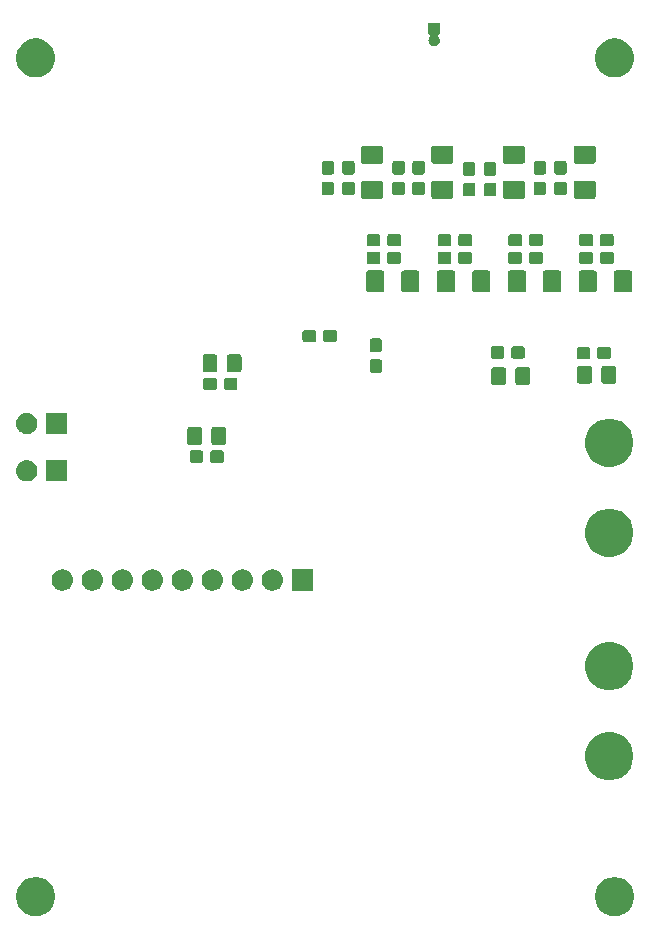
<source format=gbr>
G04 #@! TF.GenerationSoftware,KiCad,Pcbnew,5.0.2-bee76a0~70~ubuntu18.04.1*
G04 #@! TF.CreationDate,2019-10-10T22:37:19-05:00*
G04 #@! TF.ProjectId,nvmeter,6e766d65-7465-4722-9e6b-696361645f70,rev?*
G04 #@! TF.SameCoordinates,Original*
G04 #@! TF.FileFunction,Soldermask,Bot*
G04 #@! TF.FilePolarity,Negative*
%FSLAX46Y46*%
G04 Gerber Fmt 4.6, Leading zero omitted, Abs format (unit mm)*
G04 Created by KiCad (PCBNEW 5.0.2-bee76a0~70~ubuntu18.04.1) date Thu 10 Oct 2019 10:37:19 PM CDT*
%MOMM*%
%LPD*%
G01*
G04 APERTURE LIST*
%ADD10C,0.100000*%
G04 APERTURE END LIST*
D10*
G36*
X70989303Y-92541495D02*
X71095626Y-92562644D01*
X71396089Y-92687100D01*
X71662899Y-92865377D01*
X71666501Y-92867784D01*
X71896460Y-93097743D01*
X72077145Y-93368157D01*
X72201600Y-93668619D01*
X72265047Y-93987586D01*
X72265047Y-94312808D01*
X72201600Y-94631775D01*
X72077145Y-94932237D01*
X71896460Y-95202651D01*
X71666501Y-95432610D01*
X71666498Y-95432612D01*
X71396089Y-95613294D01*
X71095626Y-95737750D01*
X70989303Y-95758899D01*
X70776658Y-95801197D01*
X70451436Y-95801197D01*
X70238791Y-95758899D01*
X70132468Y-95737750D01*
X69832005Y-95613294D01*
X69561596Y-95432612D01*
X69561593Y-95432610D01*
X69331634Y-95202651D01*
X69150949Y-94932237D01*
X69026494Y-94631775D01*
X68963047Y-94312808D01*
X68963047Y-93987586D01*
X69026494Y-93668619D01*
X69150949Y-93368157D01*
X69331634Y-93097743D01*
X69561593Y-92867784D01*
X69565195Y-92865377D01*
X69832005Y-92687100D01*
X70132468Y-92562644D01*
X70238791Y-92541495D01*
X70451436Y-92499197D01*
X70776658Y-92499197D01*
X70989303Y-92541495D01*
X70989303Y-92541495D01*
G37*
G36*
X21989303Y-92541495D02*
X22095626Y-92562644D01*
X22396089Y-92687100D01*
X22662899Y-92865377D01*
X22666501Y-92867784D01*
X22896460Y-93097743D01*
X23077145Y-93368157D01*
X23201600Y-93668619D01*
X23265047Y-93987586D01*
X23265047Y-94312808D01*
X23201600Y-94631775D01*
X23077145Y-94932237D01*
X22896460Y-95202651D01*
X22666501Y-95432610D01*
X22666498Y-95432612D01*
X22396089Y-95613294D01*
X22095626Y-95737750D01*
X21989303Y-95758899D01*
X21776658Y-95801197D01*
X21451436Y-95801197D01*
X21238791Y-95758899D01*
X21132468Y-95737750D01*
X20832005Y-95613294D01*
X20561596Y-95432612D01*
X20561593Y-95432610D01*
X20331634Y-95202651D01*
X20150949Y-94932237D01*
X20026494Y-94631775D01*
X19963047Y-94312808D01*
X19963047Y-93987586D01*
X20026494Y-93668619D01*
X20150949Y-93368157D01*
X20331634Y-93097743D01*
X20561593Y-92867784D01*
X20565195Y-92865377D01*
X20832005Y-92687100D01*
X21132468Y-92562644D01*
X21238791Y-92541495D01*
X21451436Y-92499197D01*
X21776658Y-92499197D01*
X21989303Y-92541495D01*
X21989303Y-92541495D01*
G37*
G36*
X70763377Y-80286538D02*
X70763379Y-80286539D01*
X70763380Y-80286539D01*
X71136638Y-80441147D01*
X71136639Y-80441148D01*
X71472564Y-80665606D01*
X71758239Y-80951281D01*
X71758241Y-80951284D01*
X71982698Y-81287207D01*
X72137306Y-81660465D01*
X72216125Y-82056714D01*
X72216125Y-82460726D01*
X72137306Y-82856975D01*
X71982698Y-83230233D01*
X71982697Y-83230234D01*
X71758239Y-83566159D01*
X71472564Y-83851834D01*
X71472561Y-83851836D01*
X71136638Y-84076293D01*
X70763380Y-84230901D01*
X70763379Y-84230901D01*
X70763377Y-84230902D01*
X70367132Y-84309720D01*
X69963118Y-84309720D01*
X69566873Y-84230902D01*
X69566871Y-84230901D01*
X69566870Y-84230901D01*
X69193612Y-84076293D01*
X68857689Y-83851836D01*
X68857686Y-83851834D01*
X68572011Y-83566159D01*
X68347553Y-83230234D01*
X68347552Y-83230233D01*
X68192944Y-82856975D01*
X68114125Y-82460726D01*
X68114125Y-82056714D01*
X68192944Y-81660465D01*
X68347552Y-81287207D01*
X68572009Y-80951284D01*
X68572011Y-80951281D01*
X68857686Y-80665606D01*
X69193611Y-80441148D01*
X69193612Y-80441147D01*
X69566870Y-80286539D01*
X69566871Y-80286539D01*
X69566873Y-80286538D01*
X69963118Y-80207720D01*
X70367132Y-80207720D01*
X70763377Y-80286538D01*
X70763377Y-80286538D01*
G37*
G36*
X70763377Y-72666538D02*
X70763379Y-72666539D01*
X70763380Y-72666539D01*
X71136638Y-72821147D01*
X71136639Y-72821148D01*
X71472564Y-73045606D01*
X71758239Y-73331281D01*
X71758241Y-73331284D01*
X71982698Y-73667207D01*
X72137306Y-74040465D01*
X72216125Y-74436714D01*
X72216125Y-74840726D01*
X72137306Y-75236975D01*
X71982698Y-75610233D01*
X71982697Y-75610234D01*
X71758239Y-75946159D01*
X71472564Y-76231834D01*
X71472561Y-76231836D01*
X71136638Y-76456293D01*
X70763380Y-76610901D01*
X70763379Y-76610901D01*
X70763377Y-76610902D01*
X70367132Y-76689720D01*
X69963118Y-76689720D01*
X69566873Y-76610902D01*
X69566871Y-76610901D01*
X69566870Y-76610901D01*
X69193612Y-76456293D01*
X68857689Y-76231836D01*
X68857686Y-76231834D01*
X68572011Y-75946159D01*
X68347553Y-75610234D01*
X68347552Y-75610233D01*
X68192944Y-75236975D01*
X68114125Y-74840726D01*
X68114125Y-74436714D01*
X68192944Y-74040465D01*
X68347552Y-73667207D01*
X68572009Y-73331284D01*
X68572011Y-73331281D01*
X68857686Y-73045606D01*
X69193611Y-72821148D01*
X69193612Y-72821147D01*
X69566870Y-72666539D01*
X69566871Y-72666539D01*
X69566873Y-72666538D01*
X69963118Y-72587720D01*
X70367132Y-72587720D01*
X70763377Y-72666538D01*
X70763377Y-72666538D01*
G37*
G36*
X39224489Y-66455715D02*
X39290674Y-66462234D01*
X39403900Y-66496581D01*
X39460514Y-66513754D01*
X39599134Y-66587849D01*
X39617038Y-66597419D01*
X39652776Y-66626749D01*
X39754233Y-66710011D01*
X39837495Y-66811468D01*
X39866825Y-66847206D01*
X39866826Y-66847208D01*
X39950490Y-67003730D01*
X39950490Y-67003731D01*
X40002010Y-67173570D01*
X40019406Y-67350197D01*
X40002010Y-67526824D01*
X39967663Y-67640050D01*
X39950490Y-67696664D01*
X39876395Y-67835284D01*
X39866825Y-67853188D01*
X39837495Y-67888926D01*
X39754233Y-67990383D01*
X39652776Y-68073645D01*
X39617038Y-68102975D01*
X39617036Y-68102976D01*
X39460514Y-68186640D01*
X39403900Y-68203813D01*
X39290674Y-68238160D01*
X39224489Y-68244679D01*
X39158307Y-68251197D01*
X39069787Y-68251197D01*
X39003605Y-68244679D01*
X38937420Y-68238160D01*
X38824194Y-68203813D01*
X38767580Y-68186640D01*
X38611058Y-68102976D01*
X38611056Y-68102975D01*
X38575318Y-68073645D01*
X38473861Y-67990383D01*
X38390599Y-67888926D01*
X38361269Y-67853188D01*
X38351699Y-67835284D01*
X38277604Y-67696664D01*
X38260431Y-67640050D01*
X38226084Y-67526824D01*
X38208688Y-67350197D01*
X38226084Y-67173570D01*
X38277604Y-67003731D01*
X38277604Y-67003730D01*
X38361268Y-66847208D01*
X38361269Y-66847206D01*
X38390599Y-66811468D01*
X38473861Y-66710011D01*
X38575318Y-66626749D01*
X38611056Y-66597419D01*
X38628960Y-66587849D01*
X38767580Y-66513754D01*
X38824194Y-66496581D01*
X38937420Y-66462234D01*
X39003605Y-66455715D01*
X39069787Y-66449197D01*
X39158307Y-66449197D01*
X39224489Y-66455715D01*
X39224489Y-66455715D01*
G37*
G36*
X34144489Y-66455715D02*
X34210674Y-66462234D01*
X34323900Y-66496581D01*
X34380514Y-66513754D01*
X34519134Y-66587849D01*
X34537038Y-66597419D01*
X34572776Y-66626749D01*
X34674233Y-66710011D01*
X34757495Y-66811468D01*
X34786825Y-66847206D01*
X34786826Y-66847208D01*
X34870490Y-67003730D01*
X34870490Y-67003731D01*
X34922010Y-67173570D01*
X34939406Y-67350197D01*
X34922010Y-67526824D01*
X34887663Y-67640050D01*
X34870490Y-67696664D01*
X34796395Y-67835284D01*
X34786825Y-67853188D01*
X34757495Y-67888926D01*
X34674233Y-67990383D01*
X34572776Y-68073645D01*
X34537038Y-68102975D01*
X34537036Y-68102976D01*
X34380514Y-68186640D01*
X34323900Y-68203813D01*
X34210674Y-68238160D01*
X34144489Y-68244679D01*
X34078307Y-68251197D01*
X33989787Y-68251197D01*
X33923605Y-68244679D01*
X33857420Y-68238160D01*
X33744194Y-68203813D01*
X33687580Y-68186640D01*
X33531058Y-68102976D01*
X33531056Y-68102975D01*
X33495318Y-68073645D01*
X33393861Y-67990383D01*
X33310599Y-67888926D01*
X33281269Y-67853188D01*
X33271699Y-67835284D01*
X33197604Y-67696664D01*
X33180431Y-67640050D01*
X33146084Y-67526824D01*
X33128688Y-67350197D01*
X33146084Y-67173570D01*
X33197604Y-67003731D01*
X33197604Y-67003730D01*
X33281268Y-66847208D01*
X33281269Y-66847206D01*
X33310599Y-66811468D01*
X33393861Y-66710011D01*
X33495318Y-66626749D01*
X33531056Y-66597419D01*
X33548960Y-66587849D01*
X33687580Y-66513754D01*
X33744194Y-66496581D01*
X33857420Y-66462234D01*
X33923605Y-66455715D01*
X33989787Y-66449197D01*
X34078307Y-66449197D01*
X34144489Y-66455715D01*
X34144489Y-66455715D01*
G37*
G36*
X31604489Y-66455715D02*
X31670674Y-66462234D01*
X31783900Y-66496581D01*
X31840514Y-66513754D01*
X31979134Y-66587849D01*
X31997038Y-66597419D01*
X32032776Y-66626749D01*
X32134233Y-66710011D01*
X32217495Y-66811468D01*
X32246825Y-66847206D01*
X32246826Y-66847208D01*
X32330490Y-67003730D01*
X32330490Y-67003731D01*
X32382010Y-67173570D01*
X32399406Y-67350197D01*
X32382010Y-67526824D01*
X32347663Y-67640050D01*
X32330490Y-67696664D01*
X32256395Y-67835284D01*
X32246825Y-67853188D01*
X32217495Y-67888926D01*
X32134233Y-67990383D01*
X32032776Y-68073645D01*
X31997038Y-68102975D01*
X31997036Y-68102976D01*
X31840514Y-68186640D01*
X31783900Y-68203813D01*
X31670674Y-68238160D01*
X31604489Y-68244679D01*
X31538307Y-68251197D01*
X31449787Y-68251197D01*
X31383605Y-68244679D01*
X31317420Y-68238160D01*
X31204194Y-68203813D01*
X31147580Y-68186640D01*
X30991058Y-68102976D01*
X30991056Y-68102975D01*
X30955318Y-68073645D01*
X30853861Y-67990383D01*
X30770599Y-67888926D01*
X30741269Y-67853188D01*
X30731699Y-67835284D01*
X30657604Y-67696664D01*
X30640431Y-67640050D01*
X30606084Y-67526824D01*
X30588688Y-67350197D01*
X30606084Y-67173570D01*
X30657604Y-67003731D01*
X30657604Y-67003730D01*
X30741268Y-66847208D01*
X30741269Y-66847206D01*
X30770599Y-66811468D01*
X30853861Y-66710011D01*
X30955318Y-66626749D01*
X30991056Y-66597419D01*
X31008960Y-66587849D01*
X31147580Y-66513754D01*
X31204194Y-66496581D01*
X31317420Y-66462234D01*
X31383605Y-66455715D01*
X31449787Y-66449197D01*
X31538307Y-66449197D01*
X31604489Y-66455715D01*
X31604489Y-66455715D01*
G37*
G36*
X29064489Y-66455715D02*
X29130674Y-66462234D01*
X29243900Y-66496581D01*
X29300514Y-66513754D01*
X29439134Y-66587849D01*
X29457038Y-66597419D01*
X29492776Y-66626749D01*
X29594233Y-66710011D01*
X29677495Y-66811468D01*
X29706825Y-66847206D01*
X29706826Y-66847208D01*
X29790490Y-67003730D01*
X29790490Y-67003731D01*
X29842010Y-67173570D01*
X29859406Y-67350197D01*
X29842010Y-67526824D01*
X29807663Y-67640050D01*
X29790490Y-67696664D01*
X29716395Y-67835284D01*
X29706825Y-67853188D01*
X29677495Y-67888926D01*
X29594233Y-67990383D01*
X29492776Y-68073645D01*
X29457038Y-68102975D01*
X29457036Y-68102976D01*
X29300514Y-68186640D01*
X29243900Y-68203813D01*
X29130674Y-68238160D01*
X29064489Y-68244679D01*
X28998307Y-68251197D01*
X28909787Y-68251197D01*
X28843605Y-68244679D01*
X28777420Y-68238160D01*
X28664194Y-68203813D01*
X28607580Y-68186640D01*
X28451058Y-68102976D01*
X28451056Y-68102975D01*
X28415318Y-68073645D01*
X28313861Y-67990383D01*
X28230599Y-67888926D01*
X28201269Y-67853188D01*
X28191699Y-67835284D01*
X28117604Y-67696664D01*
X28100431Y-67640050D01*
X28066084Y-67526824D01*
X28048688Y-67350197D01*
X28066084Y-67173570D01*
X28117604Y-67003731D01*
X28117604Y-67003730D01*
X28201268Y-66847208D01*
X28201269Y-66847206D01*
X28230599Y-66811468D01*
X28313861Y-66710011D01*
X28415318Y-66626749D01*
X28451056Y-66597419D01*
X28468960Y-66587849D01*
X28607580Y-66513754D01*
X28664194Y-66496581D01*
X28777420Y-66462234D01*
X28843605Y-66455715D01*
X28909787Y-66449197D01*
X28998307Y-66449197D01*
X29064489Y-66455715D01*
X29064489Y-66455715D01*
G37*
G36*
X26524489Y-66455715D02*
X26590674Y-66462234D01*
X26703900Y-66496581D01*
X26760514Y-66513754D01*
X26899134Y-66587849D01*
X26917038Y-66597419D01*
X26952776Y-66626749D01*
X27054233Y-66710011D01*
X27137495Y-66811468D01*
X27166825Y-66847206D01*
X27166826Y-66847208D01*
X27250490Y-67003730D01*
X27250490Y-67003731D01*
X27302010Y-67173570D01*
X27319406Y-67350197D01*
X27302010Y-67526824D01*
X27267663Y-67640050D01*
X27250490Y-67696664D01*
X27176395Y-67835284D01*
X27166825Y-67853188D01*
X27137495Y-67888926D01*
X27054233Y-67990383D01*
X26952776Y-68073645D01*
X26917038Y-68102975D01*
X26917036Y-68102976D01*
X26760514Y-68186640D01*
X26703900Y-68203813D01*
X26590674Y-68238160D01*
X26524489Y-68244679D01*
X26458307Y-68251197D01*
X26369787Y-68251197D01*
X26303605Y-68244679D01*
X26237420Y-68238160D01*
X26124194Y-68203813D01*
X26067580Y-68186640D01*
X25911058Y-68102976D01*
X25911056Y-68102975D01*
X25875318Y-68073645D01*
X25773861Y-67990383D01*
X25690599Y-67888926D01*
X25661269Y-67853188D01*
X25651699Y-67835284D01*
X25577604Y-67696664D01*
X25560431Y-67640050D01*
X25526084Y-67526824D01*
X25508688Y-67350197D01*
X25526084Y-67173570D01*
X25577604Y-67003731D01*
X25577604Y-67003730D01*
X25661268Y-66847208D01*
X25661269Y-66847206D01*
X25690599Y-66811468D01*
X25773861Y-66710011D01*
X25875318Y-66626749D01*
X25911056Y-66597419D01*
X25928960Y-66587849D01*
X26067580Y-66513754D01*
X26124194Y-66496581D01*
X26237420Y-66462234D01*
X26303605Y-66455715D01*
X26369787Y-66449197D01*
X26458307Y-66449197D01*
X26524489Y-66455715D01*
X26524489Y-66455715D01*
G37*
G36*
X23984489Y-66455715D02*
X24050674Y-66462234D01*
X24163900Y-66496581D01*
X24220514Y-66513754D01*
X24359134Y-66587849D01*
X24377038Y-66597419D01*
X24412776Y-66626749D01*
X24514233Y-66710011D01*
X24597495Y-66811468D01*
X24626825Y-66847206D01*
X24626826Y-66847208D01*
X24710490Y-67003730D01*
X24710490Y-67003731D01*
X24762010Y-67173570D01*
X24779406Y-67350197D01*
X24762010Y-67526824D01*
X24727663Y-67640050D01*
X24710490Y-67696664D01*
X24636395Y-67835284D01*
X24626825Y-67853188D01*
X24597495Y-67888926D01*
X24514233Y-67990383D01*
X24412776Y-68073645D01*
X24377038Y-68102975D01*
X24377036Y-68102976D01*
X24220514Y-68186640D01*
X24163900Y-68203813D01*
X24050674Y-68238160D01*
X23984489Y-68244679D01*
X23918307Y-68251197D01*
X23829787Y-68251197D01*
X23763605Y-68244679D01*
X23697420Y-68238160D01*
X23584194Y-68203813D01*
X23527580Y-68186640D01*
X23371058Y-68102976D01*
X23371056Y-68102975D01*
X23335318Y-68073645D01*
X23233861Y-67990383D01*
X23150599Y-67888926D01*
X23121269Y-67853188D01*
X23111699Y-67835284D01*
X23037604Y-67696664D01*
X23020431Y-67640050D01*
X22986084Y-67526824D01*
X22968688Y-67350197D01*
X22986084Y-67173570D01*
X23037604Y-67003731D01*
X23037604Y-67003730D01*
X23121268Y-66847208D01*
X23121269Y-66847206D01*
X23150599Y-66811468D01*
X23233861Y-66710011D01*
X23335318Y-66626749D01*
X23371056Y-66597419D01*
X23388960Y-66587849D01*
X23527580Y-66513754D01*
X23584194Y-66496581D01*
X23697420Y-66462234D01*
X23763605Y-66455715D01*
X23829787Y-66449197D01*
X23918307Y-66449197D01*
X23984489Y-66455715D01*
X23984489Y-66455715D01*
G37*
G36*
X41764489Y-66455715D02*
X41830674Y-66462234D01*
X41943900Y-66496581D01*
X42000514Y-66513754D01*
X42139134Y-66587849D01*
X42157038Y-66597419D01*
X42192776Y-66626749D01*
X42294233Y-66710011D01*
X42377495Y-66811468D01*
X42406825Y-66847206D01*
X42406826Y-66847208D01*
X42490490Y-67003730D01*
X42490490Y-67003731D01*
X42542010Y-67173570D01*
X42559406Y-67350197D01*
X42542010Y-67526824D01*
X42507663Y-67640050D01*
X42490490Y-67696664D01*
X42416395Y-67835284D01*
X42406825Y-67853188D01*
X42377495Y-67888926D01*
X42294233Y-67990383D01*
X42192776Y-68073645D01*
X42157038Y-68102975D01*
X42157036Y-68102976D01*
X42000514Y-68186640D01*
X41943900Y-68203813D01*
X41830674Y-68238160D01*
X41764489Y-68244679D01*
X41698307Y-68251197D01*
X41609787Y-68251197D01*
X41543605Y-68244679D01*
X41477420Y-68238160D01*
X41364194Y-68203813D01*
X41307580Y-68186640D01*
X41151058Y-68102976D01*
X41151056Y-68102975D01*
X41115318Y-68073645D01*
X41013861Y-67990383D01*
X40930599Y-67888926D01*
X40901269Y-67853188D01*
X40891699Y-67835284D01*
X40817604Y-67696664D01*
X40800431Y-67640050D01*
X40766084Y-67526824D01*
X40748688Y-67350197D01*
X40766084Y-67173570D01*
X40817604Y-67003731D01*
X40817604Y-67003730D01*
X40901268Y-66847208D01*
X40901269Y-66847206D01*
X40930599Y-66811468D01*
X41013861Y-66710011D01*
X41115318Y-66626749D01*
X41151056Y-66597419D01*
X41168960Y-66587849D01*
X41307580Y-66513754D01*
X41364194Y-66496581D01*
X41477420Y-66462234D01*
X41543605Y-66455715D01*
X41609787Y-66449197D01*
X41698307Y-66449197D01*
X41764489Y-66455715D01*
X41764489Y-66455715D01*
G37*
G36*
X45095047Y-68251197D02*
X43293047Y-68251197D01*
X43293047Y-66449197D01*
X45095047Y-66449197D01*
X45095047Y-68251197D01*
X45095047Y-68251197D01*
G37*
G36*
X36684489Y-66455715D02*
X36750674Y-66462234D01*
X36863900Y-66496581D01*
X36920514Y-66513754D01*
X37059134Y-66587849D01*
X37077038Y-66597419D01*
X37112776Y-66626749D01*
X37214233Y-66710011D01*
X37297495Y-66811468D01*
X37326825Y-66847206D01*
X37326826Y-66847208D01*
X37410490Y-67003730D01*
X37410490Y-67003731D01*
X37462010Y-67173570D01*
X37479406Y-67350197D01*
X37462010Y-67526824D01*
X37427663Y-67640050D01*
X37410490Y-67696664D01*
X37336395Y-67835284D01*
X37326825Y-67853188D01*
X37297495Y-67888926D01*
X37214233Y-67990383D01*
X37112776Y-68073645D01*
X37077038Y-68102975D01*
X37077036Y-68102976D01*
X36920514Y-68186640D01*
X36863900Y-68203813D01*
X36750674Y-68238160D01*
X36684489Y-68244679D01*
X36618307Y-68251197D01*
X36529787Y-68251197D01*
X36463605Y-68244679D01*
X36397420Y-68238160D01*
X36284194Y-68203813D01*
X36227580Y-68186640D01*
X36071058Y-68102976D01*
X36071056Y-68102975D01*
X36035318Y-68073645D01*
X35933861Y-67990383D01*
X35850599Y-67888926D01*
X35821269Y-67853188D01*
X35811699Y-67835284D01*
X35737604Y-67696664D01*
X35720431Y-67640050D01*
X35686084Y-67526824D01*
X35668688Y-67350197D01*
X35686084Y-67173570D01*
X35737604Y-67003731D01*
X35737604Y-67003730D01*
X35821268Y-66847208D01*
X35821269Y-66847206D01*
X35850599Y-66811468D01*
X35933861Y-66710011D01*
X36035318Y-66626749D01*
X36071056Y-66597419D01*
X36088960Y-66587849D01*
X36227580Y-66513754D01*
X36284194Y-66496581D01*
X36397420Y-66462234D01*
X36463605Y-66455715D01*
X36529787Y-66449197D01*
X36618307Y-66449197D01*
X36684489Y-66455715D01*
X36684489Y-66455715D01*
G37*
G36*
X70763377Y-61386538D02*
X70763379Y-61386539D01*
X70763380Y-61386539D01*
X71136638Y-61541147D01*
X71136639Y-61541148D01*
X71472564Y-61765606D01*
X71758239Y-62051281D01*
X71758241Y-62051284D01*
X71982698Y-62387207D01*
X72137306Y-62760465D01*
X72216125Y-63156714D01*
X72216125Y-63560726D01*
X72137306Y-63956975D01*
X71982698Y-64330233D01*
X71982697Y-64330234D01*
X71758239Y-64666159D01*
X71472564Y-64951834D01*
X71472561Y-64951836D01*
X71136638Y-65176293D01*
X70763380Y-65330901D01*
X70763379Y-65330901D01*
X70763377Y-65330902D01*
X70367132Y-65409720D01*
X69963118Y-65409720D01*
X69566873Y-65330902D01*
X69566871Y-65330901D01*
X69566870Y-65330901D01*
X69193612Y-65176293D01*
X68857689Y-64951836D01*
X68857686Y-64951834D01*
X68572011Y-64666159D01*
X68347553Y-64330234D01*
X68347552Y-64330233D01*
X68192944Y-63956975D01*
X68114125Y-63560726D01*
X68114125Y-63156714D01*
X68192944Y-62760465D01*
X68347552Y-62387207D01*
X68572009Y-62051284D01*
X68572011Y-62051281D01*
X68857686Y-61765606D01*
X69193611Y-61541148D01*
X69193612Y-61541147D01*
X69566870Y-61386539D01*
X69566871Y-61386539D01*
X69566873Y-61386538D01*
X69963118Y-61307720D01*
X70367132Y-61307720D01*
X70763377Y-61386538D01*
X70763377Y-61386538D01*
G37*
G36*
X24300191Y-58996059D02*
X22498191Y-58996059D01*
X22498191Y-57194059D01*
X24300191Y-57194059D01*
X24300191Y-58996059D01*
X24300191Y-58996059D01*
G37*
G36*
X20969634Y-57200578D02*
X21035818Y-57207096D01*
X21149044Y-57241443D01*
X21205658Y-57258616D01*
X21287178Y-57302190D01*
X21362182Y-57342281D01*
X21397920Y-57371611D01*
X21499377Y-57454873D01*
X21582608Y-57556292D01*
X21611969Y-57592068D01*
X21611970Y-57592070D01*
X21695634Y-57748592D01*
X21695634Y-57748593D01*
X21747154Y-57918432D01*
X21764550Y-58095059D01*
X21747154Y-58271686D01*
X21712807Y-58384912D01*
X21695634Y-58441526D01*
X21621539Y-58580146D01*
X21611969Y-58598050D01*
X21582639Y-58633788D01*
X21499377Y-58735245D01*
X21397920Y-58818507D01*
X21362182Y-58847837D01*
X21362180Y-58847838D01*
X21205658Y-58931502D01*
X21149044Y-58948675D01*
X21035818Y-58983022D01*
X20969634Y-58989540D01*
X20903451Y-58996059D01*
X20814931Y-58996059D01*
X20748748Y-58989540D01*
X20682564Y-58983022D01*
X20569338Y-58948675D01*
X20512724Y-58931502D01*
X20356202Y-58847838D01*
X20356200Y-58847837D01*
X20320462Y-58818507D01*
X20219005Y-58735245D01*
X20135743Y-58633788D01*
X20106413Y-58598050D01*
X20096843Y-58580146D01*
X20022748Y-58441526D01*
X20005575Y-58384912D01*
X19971228Y-58271686D01*
X19953832Y-58095059D01*
X19971228Y-57918432D01*
X20022748Y-57748593D01*
X20022748Y-57748592D01*
X20106412Y-57592070D01*
X20106413Y-57592068D01*
X20135774Y-57556292D01*
X20219005Y-57454873D01*
X20320462Y-57371611D01*
X20356200Y-57342281D01*
X20431204Y-57302190D01*
X20512724Y-57258616D01*
X20569338Y-57241443D01*
X20682564Y-57207096D01*
X20748748Y-57200578D01*
X20814931Y-57194059D01*
X20903451Y-57194059D01*
X20969634Y-57200578D01*
X20969634Y-57200578D01*
G37*
G36*
X70763377Y-53766538D02*
X70763379Y-53766539D01*
X70763380Y-53766539D01*
X71136638Y-53921147D01*
X71136639Y-53921148D01*
X71472564Y-54145606D01*
X71758239Y-54431281D01*
X71758241Y-54431284D01*
X71982698Y-54767207D01*
X72137306Y-55140465D01*
X72216125Y-55536714D01*
X72216125Y-55940726D01*
X72137306Y-56336975D01*
X71982698Y-56710233D01*
X71982697Y-56710234D01*
X71758239Y-57046159D01*
X71472564Y-57331834D01*
X71472561Y-57331836D01*
X71136638Y-57556293D01*
X70763380Y-57710901D01*
X70763379Y-57710901D01*
X70763377Y-57710902D01*
X70367132Y-57789720D01*
X69963118Y-57789720D01*
X69566873Y-57710902D01*
X69566871Y-57710901D01*
X69566870Y-57710901D01*
X69193612Y-57556293D01*
X68857689Y-57331836D01*
X68857686Y-57331834D01*
X68572011Y-57046159D01*
X68347553Y-56710234D01*
X68347552Y-56710233D01*
X68192944Y-56336975D01*
X68114125Y-55940726D01*
X68114125Y-55536714D01*
X68192944Y-55140465D01*
X68347552Y-54767207D01*
X68572009Y-54431284D01*
X68572011Y-54431281D01*
X68857686Y-54145606D01*
X69193611Y-53921148D01*
X69193612Y-53921147D01*
X69566870Y-53766539D01*
X69566871Y-53766539D01*
X69566873Y-53766538D01*
X69963118Y-53687720D01*
X70367132Y-53687720D01*
X70763377Y-53766538D01*
X70763377Y-53766538D01*
G37*
G36*
X35634026Y-56378642D02*
X35671520Y-56390016D01*
X35706084Y-56408491D01*
X35736374Y-56433350D01*
X35761233Y-56463640D01*
X35779708Y-56498204D01*
X35791082Y-56535698D01*
X35795527Y-56580835D01*
X35795527Y-57219559D01*
X35791082Y-57264696D01*
X35779708Y-57302190D01*
X35761233Y-57336754D01*
X35736374Y-57367044D01*
X35706084Y-57391903D01*
X35671520Y-57410378D01*
X35634026Y-57421752D01*
X35588889Y-57426197D01*
X34850165Y-57426197D01*
X34805028Y-57421752D01*
X34767534Y-57410378D01*
X34732970Y-57391903D01*
X34702680Y-57367044D01*
X34677821Y-57336754D01*
X34659346Y-57302190D01*
X34647972Y-57264696D01*
X34643527Y-57219559D01*
X34643527Y-56580835D01*
X34647972Y-56535698D01*
X34659346Y-56498204D01*
X34677821Y-56463640D01*
X34702680Y-56433350D01*
X34732970Y-56408491D01*
X34767534Y-56390016D01*
X34805028Y-56378642D01*
X34850165Y-56374197D01*
X35588889Y-56374197D01*
X35634026Y-56378642D01*
X35634026Y-56378642D01*
G37*
G36*
X37384026Y-56378642D02*
X37421520Y-56390016D01*
X37456084Y-56408491D01*
X37486374Y-56433350D01*
X37511233Y-56463640D01*
X37529708Y-56498204D01*
X37541082Y-56535698D01*
X37545527Y-56580835D01*
X37545527Y-57219559D01*
X37541082Y-57264696D01*
X37529708Y-57302190D01*
X37511233Y-57336754D01*
X37486374Y-57367044D01*
X37456084Y-57391903D01*
X37421520Y-57410378D01*
X37384026Y-57421752D01*
X37338889Y-57426197D01*
X36600165Y-57426197D01*
X36555028Y-57421752D01*
X36517534Y-57410378D01*
X36482970Y-57391903D01*
X36452680Y-57367044D01*
X36427821Y-57336754D01*
X36409346Y-57302190D01*
X36397972Y-57264696D01*
X36393527Y-57219559D01*
X36393527Y-56580835D01*
X36397972Y-56535698D01*
X36409346Y-56498204D01*
X36427821Y-56463640D01*
X36452680Y-56433350D01*
X36482970Y-56408491D01*
X36517534Y-56390016D01*
X36555028Y-56378642D01*
X36600165Y-56374197D01*
X37338889Y-56374197D01*
X37384026Y-56378642D01*
X37384026Y-56378642D01*
G37*
G36*
X37583204Y-54403662D02*
X37620891Y-54415095D01*
X37655630Y-54433663D01*
X37686075Y-54458649D01*
X37711061Y-54489094D01*
X37729629Y-54523833D01*
X37741062Y-54561520D01*
X37745527Y-54606858D01*
X37745527Y-55693536D01*
X37741062Y-55738874D01*
X37729629Y-55776561D01*
X37711061Y-55811300D01*
X37686075Y-55841745D01*
X37655630Y-55866731D01*
X37620891Y-55885299D01*
X37583204Y-55896732D01*
X37537866Y-55901197D01*
X36701188Y-55901197D01*
X36655850Y-55896732D01*
X36618163Y-55885299D01*
X36583424Y-55866731D01*
X36552979Y-55841745D01*
X36527993Y-55811300D01*
X36509425Y-55776561D01*
X36497992Y-55738874D01*
X36493527Y-55693536D01*
X36493527Y-54606858D01*
X36497992Y-54561520D01*
X36509425Y-54523833D01*
X36527993Y-54489094D01*
X36552979Y-54458649D01*
X36583424Y-54433663D01*
X36618163Y-54415095D01*
X36655850Y-54403662D01*
X36701188Y-54399197D01*
X37537866Y-54399197D01*
X37583204Y-54403662D01*
X37583204Y-54403662D01*
G37*
G36*
X35533204Y-54403662D02*
X35570891Y-54415095D01*
X35605630Y-54433663D01*
X35636075Y-54458649D01*
X35661061Y-54489094D01*
X35679629Y-54523833D01*
X35691062Y-54561520D01*
X35695527Y-54606858D01*
X35695527Y-55693536D01*
X35691062Y-55738874D01*
X35679629Y-55776561D01*
X35661061Y-55811300D01*
X35636075Y-55841745D01*
X35605630Y-55866731D01*
X35570891Y-55885299D01*
X35533204Y-55896732D01*
X35487866Y-55901197D01*
X34651188Y-55901197D01*
X34605850Y-55896732D01*
X34568163Y-55885299D01*
X34533424Y-55866731D01*
X34502979Y-55841745D01*
X34477993Y-55811300D01*
X34459425Y-55776561D01*
X34447992Y-55738874D01*
X34443527Y-55693536D01*
X34443527Y-54606858D01*
X34447992Y-54561520D01*
X34459425Y-54523833D01*
X34477993Y-54489094D01*
X34502979Y-54458649D01*
X34533424Y-54433663D01*
X34568163Y-54415095D01*
X34605850Y-54403662D01*
X34651188Y-54399197D01*
X35487866Y-54399197D01*
X35533204Y-54403662D01*
X35533204Y-54403662D01*
G37*
G36*
X24300191Y-54996059D02*
X22498191Y-54996059D01*
X22498191Y-53194059D01*
X24300191Y-53194059D01*
X24300191Y-54996059D01*
X24300191Y-54996059D01*
G37*
G36*
X20969634Y-53200578D02*
X21035818Y-53207096D01*
X21149044Y-53241443D01*
X21205658Y-53258616D01*
X21344278Y-53332711D01*
X21362182Y-53342281D01*
X21397920Y-53371611D01*
X21499377Y-53454873D01*
X21582639Y-53556330D01*
X21611969Y-53592068D01*
X21611970Y-53592070D01*
X21695634Y-53748592D01*
X21695634Y-53748593D01*
X21747154Y-53918432D01*
X21764550Y-54095059D01*
X21747154Y-54271686D01*
X21712807Y-54384912D01*
X21695634Y-54441526D01*
X21670208Y-54489094D01*
X21611969Y-54598050D01*
X21604740Y-54606858D01*
X21499377Y-54735245D01*
X21397920Y-54818507D01*
X21362182Y-54847837D01*
X21362180Y-54847838D01*
X21205658Y-54931502D01*
X21149044Y-54948675D01*
X21035818Y-54983022D01*
X20969634Y-54989540D01*
X20903451Y-54996059D01*
X20814931Y-54996059D01*
X20748748Y-54989540D01*
X20682564Y-54983022D01*
X20569338Y-54948675D01*
X20512724Y-54931502D01*
X20356202Y-54847838D01*
X20356200Y-54847837D01*
X20320462Y-54818507D01*
X20219005Y-54735245D01*
X20113642Y-54606858D01*
X20106413Y-54598050D01*
X20048174Y-54489094D01*
X20022748Y-54441526D01*
X20005575Y-54384912D01*
X19971228Y-54271686D01*
X19953832Y-54095059D01*
X19971228Y-53918432D01*
X20022748Y-53748593D01*
X20022748Y-53748592D01*
X20106412Y-53592070D01*
X20106413Y-53592068D01*
X20135743Y-53556330D01*
X20219005Y-53454873D01*
X20320462Y-53371611D01*
X20356200Y-53342281D01*
X20374104Y-53332711D01*
X20512724Y-53258616D01*
X20569338Y-53241443D01*
X20682564Y-53207096D01*
X20748748Y-53200578D01*
X20814931Y-53194059D01*
X20903451Y-53194059D01*
X20969634Y-53200578D01*
X20969634Y-53200578D01*
G37*
G36*
X36783066Y-50230762D02*
X36820560Y-50242136D01*
X36855124Y-50260611D01*
X36885414Y-50285470D01*
X36910273Y-50315760D01*
X36928748Y-50350324D01*
X36940122Y-50387818D01*
X36944567Y-50432955D01*
X36944567Y-51071679D01*
X36940122Y-51116816D01*
X36928748Y-51154310D01*
X36910273Y-51188874D01*
X36885414Y-51219164D01*
X36855124Y-51244023D01*
X36820560Y-51262498D01*
X36783066Y-51273872D01*
X36737929Y-51278317D01*
X35999205Y-51278317D01*
X35954068Y-51273872D01*
X35916574Y-51262498D01*
X35882010Y-51244023D01*
X35851720Y-51219164D01*
X35826861Y-51188874D01*
X35808386Y-51154310D01*
X35797012Y-51116816D01*
X35792567Y-51071679D01*
X35792567Y-50432955D01*
X35797012Y-50387818D01*
X35808386Y-50350324D01*
X35826861Y-50315760D01*
X35851720Y-50285470D01*
X35882010Y-50260611D01*
X35916574Y-50242136D01*
X35954068Y-50230762D01*
X35999205Y-50226317D01*
X36737929Y-50226317D01*
X36783066Y-50230762D01*
X36783066Y-50230762D01*
G37*
G36*
X38533066Y-50230762D02*
X38570560Y-50242136D01*
X38605124Y-50260611D01*
X38635414Y-50285470D01*
X38660273Y-50315760D01*
X38678748Y-50350324D01*
X38690122Y-50387818D01*
X38694567Y-50432955D01*
X38694567Y-51071679D01*
X38690122Y-51116816D01*
X38678748Y-51154310D01*
X38660273Y-51188874D01*
X38635414Y-51219164D01*
X38605124Y-51244023D01*
X38570560Y-51262498D01*
X38533066Y-51273872D01*
X38487929Y-51278317D01*
X37749205Y-51278317D01*
X37704068Y-51273872D01*
X37666574Y-51262498D01*
X37632010Y-51244023D01*
X37601720Y-51219164D01*
X37576861Y-51188874D01*
X37558386Y-51154310D01*
X37547012Y-51116816D01*
X37542567Y-51071679D01*
X37542567Y-50432955D01*
X37547012Y-50387818D01*
X37558386Y-50350324D01*
X37576861Y-50315760D01*
X37601720Y-50285470D01*
X37632010Y-50260611D01*
X37666574Y-50242136D01*
X37704068Y-50230762D01*
X37749205Y-50226317D01*
X38487929Y-50226317D01*
X38533066Y-50230762D01*
X38533066Y-50230762D01*
G37*
G36*
X63317219Y-49334880D02*
X63354906Y-49346313D01*
X63389645Y-49364881D01*
X63420090Y-49389867D01*
X63445076Y-49420312D01*
X63463644Y-49455051D01*
X63475077Y-49492738D01*
X63479542Y-49538076D01*
X63479542Y-50624754D01*
X63475077Y-50670092D01*
X63463644Y-50707779D01*
X63445076Y-50742518D01*
X63420090Y-50772963D01*
X63389645Y-50797949D01*
X63354906Y-50816517D01*
X63317219Y-50827950D01*
X63271881Y-50832415D01*
X62435203Y-50832415D01*
X62389865Y-50827950D01*
X62352178Y-50816517D01*
X62317439Y-50797949D01*
X62286994Y-50772963D01*
X62262008Y-50742518D01*
X62243440Y-50707779D01*
X62232007Y-50670092D01*
X62227542Y-50624754D01*
X62227542Y-49538076D01*
X62232007Y-49492738D01*
X62243440Y-49455051D01*
X62262008Y-49420312D01*
X62286994Y-49389867D01*
X62317439Y-49364881D01*
X62352178Y-49346313D01*
X62389865Y-49334880D01*
X62435203Y-49330415D01*
X63271881Y-49330415D01*
X63317219Y-49334880D01*
X63317219Y-49334880D01*
G37*
G36*
X61267219Y-49334880D02*
X61304906Y-49346313D01*
X61339645Y-49364881D01*
X61370090Y-49389867D01*
X61395076Y-49420312D01*
X61413644Y-49455051D01*
X61425077Y-49492738D01*
X61429542Y-49538076D01*
X61429542Y-50624754D01*
X61425077Y-50670092D01*
X61413644Y-50707779D01*
X61395076Y-50742518D01*
X61370090Y-50772963D01*
X61339645Y-50797949D01*
X61304906Y-50816517D01*
X61267219Y-50827950D01*
X61221881Y-50832415D01*
X60385203Y-50832415D01*
X60339865Y-50827950D01*
X60302178Y-50816517D01*
X60267439Y-50797949D01*
X60236994Y-50772963D01*
X60212008Y-50742518D01*
X60193440Y-50707779D01*
X60182007Y-50670092D01*
X60177542Y-50624754D01*
X60177542Y-49538076D01*
X60182007Y-49492738D01*
X60193440Y-49455051D01*
X60212008Y-49420312D01*
X60236994Y-49389867D01*
X60267439Y-49364881D01*
X60302178Y-49346313D01*
X60339865Y-49334880D01*
X60385203Y-49330415D01*
X61221881Y-49330415D01*
X61267219Y-49334880D01*
X61267219Y-49334880D01*
G37*
G36*
X68546796Y-49224217D02*
X68584483Y-49235650D01*
X68619222Y-49254218D01*
X68649667Y-49279204D01*
X68674653Y-49309649D01*
X68693221Y-49344388D01*
X68704654Y-49382075D01*
X68709119Y-49427413D01*
X68709119Y-50514091D01*
X68704654Y-50559429D01*
X68693221Y-50597116D01*
X68674653Y-50631855D01*
X68649667Y-50662300D01*
X68619222Y-50687286D01*
X68584483Y-50705854D01*
X68546796Y-50717287D01*
X68501458Y-50721752D01*
X67664780Y-50721752D01*
X67619442Y-50717287D01*
X67581755Y-50705854D01*
X67547016Y-50687286D01*
X67516571Y-50662300D01*
X67491585Y-50631855D01*
X67473017Y-50597116D01*
X67461584Y-50559429D01*
X67457119Y-50514091D01*
X67457119Y-49427413D01*
X67461584Y-49382075D01*
X67473017Y-49344388D01*
X67491585Y-49309649D01*
X67516571Y-49279204D01*
X67547016Y-49254218D01*
X67581755Y-49235650D01*
X67619442Y-49224217D01*
X67664780Y-49219752D01*
X68501458Y-49219752D01*
X68546796Y-49224217D01*
X68546796Y-49224217D01*
G37*
G36*
X70596796Y-49224217D02*
X70634483Y-49235650D01*
X70669222Y-49254218D01*
X70699667Y-49279204D01*
X70724653Y-49309649D01*
X70743221Y-49344388D01*
X70754654Y-49382075D01*
X70759119Y-49427413D01*
X70759119Y-50514091D01*
X70754654Y-50559429D01*
X70743221Y-50597116D01*
X70724653Y-50631855D01*
X70699667Y-50662300D01*
X70669222Y-50687286D01*
X70634483Y-50705854D01*
X70596796Y-50717287D01*
X70551458Y-50721752D01*
X69714780Y-50721752D01*
X69669442Y-50717287D01*
X69631755Y-50705854D01*
X69597016Y-50687286D01*
X69566571Y-50662300D01*
X69541585Y-50631855D01*
X69523017Y-50597116D01*
X69511584Y-50559429D01*
X69507119Y-50514091D01*
X69507119Y-49427413D01*
X69511584Y-49382075D01*
X69523017Y-49344388D01*
X69541585Y-49309649D01*
X69566571Y-49279204D01*
X69597016Y-49254218D01*
X69631755Y-49235650D01*
X69669442Y-49224217D01*
X69714780Y-49219752D01*
X70551458Y-49219752D01*
X70596796Y-49224217D01*
X70596796Y-49224217D01*
G37*
G36*
X50769346Y-48654702D02*
X50806840Y-48666076D01*
X50841404Y-48684551D01*
X50871694Y-48709410D01*
X50896553Y-48739700D01*
X50915028Y-48774264D01*
X50926402Y-48811758D01*
X50930847Y-48856895D01*
X50930847Y-49595619D01*
X50926402Y-49640756D01*
X50915028Y-49678250D01*
X50896553Y-49712814D01*
X50871694Y-49743104D01*
X50841404Y-49767963D01*
X50806840Y-49786438D01*
X50769346Y-49797812D01*
X50724209Y-49802257D01*
X50085485Y-49802257D01*
X50040348Y-49797812D01*
X50002854Y-49786438D01*
X49968290Y-49767963D01*
X49938000Y-49743104D01*
X49913141Y-49712814D01*
X49894666Y-49678250D01*
X49883292Y-49640756D01*
X49878847Y-49595619D01*
X49878847Y-48856895D01*
X49883292Y-48811758D01*
X49894666Y-48774264D01*
X49913141Y-48739700D01*
X49938000Y-48709410D01*
X49968290Y-48684551D01*
X50002854Y-48666076D01*
X50040348Y-48654702D01*
X50085485Y-48650257D01*
X50724209Y-48650257D01*
X50769346Y-48654702D01*
X50769346Y-48654702D01*
G37*
G36*
X38878604Y-48255782D02*
X38916291Y-48267215D01*
X38951030Y-48285783D01*
X38981475Y-48310769D01*
X39006461Y-48341214D01*
X39025029Y-48375953D01*
X39036462Y-48413640D01*
X39040927Y-48458978D01*
X39040927Y-49545656D01*
X39036462Y-49590994D01*
X39025029Y-49628681D01*
X39006461Y-49663420D01*
X38981475Y-49693865D01*
X38951030Y-49718851D01*
X38916291Y-49737419D01*
X38878604Y-49748852D01*
X38833266Y-49753317D01*
X37996588Y-49753317D01*
X37951250Y-49748852D01*
X37913563Y-49737419D01*
X37878824Y-49718851D01*
X37848379Y-49693865D01*
X37823393Y-49663420D01*
X37804825Y-49628681D01*
X37793392Y-49590994D01*
X37788927Y-49545656D01*
X37788927Y-48458978D01*
X37793392Y-48413640D01*
X37804825Y-48375953D01*
X37823393Y-48341214D01*
X37848379Y-48310769D01*
X37878824Y-48285783D01*
X37913563Y-48267215D01*
X37951250Y-48255782D01*
X37996588Y-48251317D01*
X38833266Y-48251317D01*
X38878604Y-48255782D01*
X38878604Y-48255782D01*
G37*
G36*
X36828604Y-48255782D02*
X36866291Y-48267215D01*
X36901030Y-48285783D01*
X36931475Y-48310769D01*
X36956461Y-48341214D01*
X36975029Y-48375953D01*
X36986462Y-48413640D01*
X36990927Y-48458978D01*
X36990927Y-49545656D01*
X36986462Y-49590994D01*
X36975029Y-49628681D01*
X36956461Y-49663420D01*
X36931475Y-49693865D01*
X36901030Y-49718851D01*
X36866291Y-49737419D01*
X36828604Y-49748852D01*
X36783266Y-49753317D01*
X35946588Y-49753317D01*
X35901250Y-49748852D01*
X35863563Y-49737419D01*
X35828824Y-49718851D01*
X35798379Y-49693865D01*
X35773393Y-49663420D01*
X35754825Y-49628681D01*
X35743392Y-49590994D01*
X35738927Y-49545656D01*
X35738927Y-48458978D01*
X35743392Y-48413640D01*
X35754825Y-48375953D01*
X35773393Y-48341214D01*
X35798379Y-48310769D01*
X35828824Y-48285783D01*
X35863563Y-48267215D01*
X35901250Y-48255782D01*
X35946588Y-48251317D01*
X36783266Y-48251317D01*
X36828604Y-48255782D01*
X36828604Y-48255782D01*
G37*
G36*
X68397618Y-47613231D02*
X68435112Y-47624605D01*
X68469676Y-47643080D01*
X68499966Y-47667939D01*
X68524825Y-47698229D01*
X68543300Y-47732793D01*
X68554674Y-47770287D01*
X68559119Y-47815424D01*
X68559119Y-48454148D01*
X68554674Y-48499285D01*
X68543300Y-48536779D01*
X68524825Y-48571343D01*
X68499966Y-48601633D01*
X68469676Y-48626492D01*
X68435112Y-48644967D01*
X68397618Y-48656341D01*
X68352481Y-48660786D01*
X67613757Y-48660786D01*
X67568620Y-48656341D01*
X67531126Y-48644967D01*
X67496562Y-48626492D01*
X67466272Y-48601633D01*
X67441413Y-48571343D01*
X67422938Y-48536779D01*
X67411564Y-48499285D01*
X67407119Y-48454148D01*
X67407119Y-47815424D01*
X67411564Y-47770287D01*
X67422938Y-47732793D01*
X67441413Y-47698229D01*
X67466272Y-47667939D01*
X67496562Y-47643080D01*
X67531126Y-47624605D01*
X67568620Y-47613231D01*
X67613757Y-47608786D01*
X68352481Y-47608786D01*
X68397618Y-47613231D01*
X68397618Y-47613231D01*
G37*
G36*
X70147618Y-47613231D02*
X70185112Y-47624605D01*
X70219676Y-47643080D01*
X70249966Y-47667939D01*
X70274825Y-47698229D01*
X70293300Y-47732793D01*
X70304674Y-47770287D01*
X70309119Y-47815424D01*
X70309119Y-48454148D01*
X70304674Y-48499285D01*
X70293300Y-48536779D01*
X70274825Y-48571343D01*
X70249966Y-48601633D01*
X70219676Y-48626492D01*
X70185112Y-48644967D01*
X70147618Y-48656341D01*
X70102481Y-48660786D01*
X69363757Y-48660786D01*
X69318620Y-48656341D01*
X69281126Y-48644967D01*
X69246562Y-48626492D01*
X69216272Y-48601633D01*
X69191413Y-48571343D01*
X69172938Y-48536779D01*
X69161564Y-48499285D01*
X69157119Y-48454148D01*
X69157119Y-47815424D01*
X69161564Y-47770287D01*
X69172938Y-47732793D01*
X69191413Y-47698229D01*
X69216272Y-47667939D01*
X69246562Y-47643080D01*
X69281126Y-47624605D01*
X69318620Y-47613231D01*
X69363757Y-47608786D01*
X70102481Y-47608786D01*
X70147618Y-47613231D01*
X70147618Y-47613231D01*
G37*
G36*
X62868041Y-47559860D02*
X62905535Y-47571234D01*
X62940099Y-47589709D01*
X62970389Y-47614568D01*
X62995248Y-47644858D01*
X63013723Y-47679422D01*
X63025097Y-47716916D01*
X63029542Y-47762053D01*
X63029542Y-48400777D01*
X63025097Y-48445914D01*
X63013723Y-48483408D01*
X62995248Y-48517972D01*
X62970389Y-48548262D01*
X62940099Y-48573121D01*
X62905535Y-48591596D01*
X62868041Y-48602970D01*
X62822904Y-48607415D01*
X62084180Y-48607415D01*
X62039043Y-48602970D01*
X62001549Y-48591596D01*
X61966985Y-48573121D01*
X61936695Y-48548262D01*
X61911836Y-48517972D01*
X61893361Y-48483408D01*
X61881987Y-48445914D01*
X61877542Y-48400777D01*
X61877542Y-47762053D01*
X61881987Y-47716916D01*
X61893361Y-47679422D01*
X61911836Y-47644858D01*
X61936695Y-47614568D01*
X61966985Y-47589709D01*
X62001549Y-47571234D01*
X62039043Y-47559860D01*
X62084180Y-47555415D01*
X62822904Y-47555415D01*
X62868041Y-47559860D01*
X62868041Y-47559860D01*
G37*
G36*
X61118041Y-47559860D02*
X61155535Y-47571234D01*
X61190099Y-47589709D01*
X61220389Y-47614568D01*
X61245248Y-47644858D01*
X61263723Y-47679422D01*
X61275097Y-47716916D01*
X61279542Y-47762053D01*
X61279542Y-48400777D01*
X61275097Y-48445914D01*
X61263723Y-48483408D01*
X61245248Y-48517972D01*
X61220389Y-48548262D01*
X61190099Y-48573121D01*
X61155535Y-48591596D01*
X61118041Y-48602970D01*
X61072904Y-48607415D01*
X60334180Y-48607415D01*
X60289043Y-48602970D01*
X60251549Y-48591596D01*
X60216985Y-48573121D01*
X60186695Y-48548262D01*
X60161836Y-48517972D01*
X60143361Y-48483408D01*
X60131987Y-48445914D01*
X60127542Y-48400777D01*
X60127542Y-47762053D01*
X60131987Y-47716916D01*
X60143361Y-47679422D01*
X60161836Y-47644858D01*
X60186695Y-47614568D01*
X60216985Y-47589709D01*
X60251549Y-47571234D01*
X60289043Y-47559860D01*
X60334180Y-47555415D01*
X61072904Y-47555415D01*
X61118041Y-47559860D01*
X61118041Y-47559860D01*
G37*
G36*
X50769346Y-46904702D02*
X50806840Y-46916076D01*
X50841404Y-46934551D01*
X50871694Y-46959410D01*
X50896553Y-46989700D01*
X50915028Y-47024264D01*
X50926402Y-47061758D01*
X50930847Y-47106895D01*
X50930847Y-47845619D01*
X50926402Y-47890756D01*
X50915028Y-47928250D01*
X50896553Y-47962814D01*
X50871694Y-47993104D01*
X50841404Y-48017963D01*
X50806840Y-48036438D01*
X50769346Y-48047812D01*
X50724209Y-48052257D01*
X50085485Y-48052257D01*
X50040348Y-48047812D01*
X50002854Y-48036438D01*
X49968290Y-48017963D01*
X49938000Y-47993104D01*
X49913141Y-47962814D01*
X49894666Y-47928250D01*
X49883292Y-47890756D01*
X49878847Y-47845619D01*
X49878847Y-47106895D01*
X49883292Y-47061758D01*
X49894666Y-47024264D01*
X49913141Y-46989700D01*
X49938000Y-46959410D01*
X49968290Y-46934551D01*
X50002854Y-46916076D01*
X50040348Y-46904702D01*
X50085485Y-46900257D01*
X50724209Y-46900257D01*
X50769346Y-46904702D01*
X50769346Y-46904702D01*
G37*
G36*
X46944346Y-46179702D02*
X46981840Y-46191076D01*
X47016404Y-46209551D01*
X47046694Y-46234410D01*
X47071553Y-46264700D01*
X47090028Y-46299264D01*
X47101402Y-46336758D01*
X47105847Y-46381895D01*
X47105847Y-47020619D01*
X47101402Y-47065756D01*
X47090028Y-47103250D01*
X47071553Y-47137814D01*
X47046694Y-47168104D01*
X47016404Y-47192963D01*
X46981840Y-47211438D01*
X46944346Y-47222812D01*
X46899209Y-47227257D01*
X46160485Y-47227257D01*
X46115348Y-47222812D01*
X46077854Y-47211438D01*
X46043290Y-47192963D01*
X46013000Y-47168104D01*
X45988141Y-47137814D01*
X45969666Y-47103250D01*
X45958292Y-47065756D01*
X45953847Y-47020619D01*
X45953847Y-46381895D01*
X45958292Y-46336758D01*
X45969666Y-46299264D01*
X45988141Y-46264700D01*
X46013000Y-46234410D01*
X46043290Y-46209551D01*
X46077854Y-46191076D01*
X46115348Y-46179702D01*
X46160485Y-46175257D01*
X46899209Y-46175257D01*
X46944346Y-46179702D01*
X46944346Y-46179702D01*
G37*
G36*
X45194346Y-46179702D02*
X45231840Y-46191076D01*
X45266404Y-46209551D01*
X45296694Y-46234410D01*
X45321553Y-46264700D01*
X45340028Y-46299264D01*
X45351402Y-46336758D01*
X45355847Y-46381895D01*
X45355847Y-47020619D01*
X45351402Y-47065756D01*
X45340028Y-47103250D01*
X45321553Y-47137814D01*
X45296694Y-47168104D01*
X45266404Y-47192963D01*
X45231840Y-47211438D01*
X45194346Y-47222812D01*
X45149209Y-47227257D01*
X44410485Y-47227257D01*
X44365348Y-47222812D01*
X44327854Y-47211438D01*
X44293290Y-47192963D01*
X44263000Y-47168104D01*
X44238141Y-47137814D01*
X44219666Y-47103250D01*
X44208292Y-47065756D01*
X44203847Y-47020619D01*
X44203847Y-46381895D01*
X44208292Y-46336758D01*
X44219666Y-46299264D01*
X44238141Y-46264700D01*
X44263000Y-46234410D01*
X44293290Y-46209551D01*
X44327854Y-46191076D01*
X44365348Y-46179702D01*
X44410485Y-46175257D01*
X45149209Y-46175257D01*
X45194346Y-46179702D01*
X45194346Y-46179702D01*
G37*
G36*
X65942872Y-41146452D02*
X65977787Y-41157044D01*
X66009975Y-41174249D01*
X66038183Y-41197398D01*
X66061332Y-41225606D01*
X66078537Y-41257794D01*
X66089129Y-41292709D01*
X66093310Y-41335166D01*
X66093310Y-42801376D01*
X66089129Y-42843833D01*
X66078537Y-42878748D01*
X66061332Y-42910936D01*
X66038183Y-42939144D01*
X66009975Y-42962293D01*
X65977787Y-42979498D01*
X65942872Y-42990090D01*
X65900415Y-42994271D01*
X64759205Y-42994271D01*
X64716748Y-42990090D01*
X64681833Y-42979498D01*
X64649645Y-42962293D01*
X64621437Y-42939144D01*
X64598288Y-42910936D01*
X64581083Y-42878748D01*
X64570491Y-42843833D01*
X64566310Y-42801376D01*
X64566310Y-41335166D01*
X64570491Y-41292709D01*
X64581083Y-41257794D01*
X64598288Y-41225606D01*
X64621437Y-41197398D01*
X64649645Y-41174249D01*
X64681833Y-41157044D01*
X64716748Y-41146452D01*
X64759205Y-41142271D01*
X65900415Y-41142271D01*
X65942872Y-41146452D01*
X65942872Y-41146452D01*
G37*
G36*
X50967872Y-41146452D02*
X51002787Y-41157044D01*
X51034975Y-41174249D01*
X51063183Y-41197398D01*
X51086332Y-41225606D01*
X51103537Y-41257794D01*
X51114129Y-41292709D01*
X51118310Y-41335166D01*
X51118310Y-42801376D01*
X51114129Y-42843833D01*
X51103537Y-42878748D01*
X51086332Y-42910936D01*
X51063183Y-42939144D01*
X51034975Y-42962293D01*
X51002787Y-42979498D01*
X50967872Y-42990090D01*
X50925415Y-42994271D01*
X49784205Y-42994271D01*
X49741748Y-42990090D01*
X49706833Y-42979498D01*
X49674645Y-42962293D01*
X49646437Y-42939144D01*
X49623288Y-42910936D01*
X49606083Y-42878748D01*
X49595491Y-42843833D01*
X49591310Y-42801376D01*
X49591310Y-41335166D01*
X49595491Y-41292709D01*
X49606083Y-41257794D01*
X49623288Y-41225606D01*
X49646437Y-41197398D01*
X49674645Y-41174249D01*
X49706833Y-41157044D01*
X49741748Y-41146452D01*
X49784205Y-41142271D01*
X50925415Y-41142271D01*
X50967872Y-41146452D01*
X50967872Y-41146452D01*
G37*
G36*
X53942872Y-41146452D02*
X53977787Y-41157044D01*
X54009975Y-41174249D01*
X54038183Y-41197398D01*
X54061332Y-41225606D01*
X54078537Y-41257794D01*
X54089129Y-41292709D01*
X54093310Y-41335166D01*
X54093310Y-42801376D01*
X54089129Y-42843833D01*
X54078537Y-42878748D01*
X54061332Y-42910936D01*
X54038183Y-42939144D01*
X54009975Y-42962293D01*
X53977787Y-42979498D01*
X53942872Y-42990090D01*
X53900415Y-42994271D01*
X52759205Y-42994271D01*
X52716748Y-42990090D01*
X52681833Y-42979498D01*
X52649645Y-42962293D01*
X52621437Y-42939144D01*
X52598288Y-42910936D01*
X52581083Y-42878748D01*
X52570491Y-42843833D01*
X52566310Y-42801376D01*
X52566310Y-41335166D01*
X52570491Y-41292709D01*
X52581083Y-41257794D01*
X52598288Y-41225606D01*
X52621437Y-41197398D01*
X52649645Y-41174249D01*
X52681833Y-41157044D01*
X52716748Y-41146452D01*
X52759205Y-41142271D01*
X53900415Y-41142271D01*
X53942872Y-41146452D01*
X53942872Y-41146452D01*
G37*
G36*
X68967872Y-41146452D02*
X69002787Y-41157044D01*
X69034975Y-41174249D01*
X69063183Y-41197398D01*
X69086332Y-41225606D01*
X69103537Y-41257794D01*
X69114129Y-41292709D01*
X69118310Y-41335166D01*
X69118310Y-42801376D01*
X69114129Y-42843833D01*
X69103537Y-42878748D01*
X69086332Y-42910936D01*
X69063183Y-42939144D01*
X69034975Y-42962293D01*
X69002787Y-42979498D01*
X68967872Y-42990090D01*
X68925415Y-42994271D01*
X67784205Y-42994271D01*
X67741748Y-42990090D01*
X67706833Y-42979498D01*
X67674645Y-42962293D01*
X67646437Y-42939144D01*
X67623288Y-42910936D01*
X67606083Y-42878748D01*
X67595491Y-42843833D01*
X67591310Y-42801376D01*
X67591310Y-41335166D01*
X67595491Y-41292709D01*
X67606083Y-41257794D01*
X67623288Y-41225606D01*
X67646437Y-41197398D01*
X67674645Y-41174249D01*
X67706833Y-41157044D01*
X67741748Y-41146452D01*
X67784205Y-41142271D01*
X68925415Y-41142271D01*
X68967872Y-41146452D01*
X68967872Y-41146452D01*
G37*
G36*
X56967872Y-41146452D02*
X57002787Y-41157044D01*
X57034975Y-41174249D01*
X57063183Y-41197398D01*
X57086332Y-41225606D01*
X57103537Y-41257794D01*
X57114129Y-41292709D01*
X57118310Y-41335166D01*
X57118310Y-42801376D01*
X57114129Y-42843833D01*
X57103537Y-42878748D01*
X57086332Y-42910936D01*
X57063183Y-42939144D01*
X57034975Y-42962293D01*
X57002787Y-42979498D01*
X56967872Y-42990090D01*
X56925415Y-42994271D01*
X55784205Y-42994271D01*
X55741748Y-42990090D01*
X55706833Y-42979498D01*
X55674645Y-42962293D01*
X55646437Y-42939144D01*
X55623288Y-42910936D01*
X55606083Y-42878748D01*
X55595491Y-42843833D01*
X55591310Y-42801376D01*
X55591310Y-41335166D01*
X55595491Y-41292709D01*
X55606083Y-41257794D01*
X55623288Y-41225606D01*
X55646437Y-41197398D01*
X55674645Y-41174249D01*
X55706833Y-41157044D01*
X55741748Y-41146452D01*
X55784205Y-41142271D01*
X56925415Y-41142271D01*
X56967872Y-41146452D01*
X56967872Y-41146452D01*
G37*
G36*
X59942872Y-41146452D02*
X59977787Y-41157044D01*
X60009975Y-41174249D01*
X60038183Y-41197398D01*
X60061332Y-41225606D01*
X60078537Y-41257794D01*
X60089129Y-41292709D01*
X60093310Y-41335166D01*
X60093310Y-42801376D01*
X60089129Y-42843833D01*
X60078537Y-42878748D01*
X60061332Y-42910936D01*
X60038183Y-42939144D01*
X60009975Y-42962293D01*
X59977787Y-42979498D01*
X59942872Y-42990090D01*
X59900415Y-42994271D01*
X58759205Y-42994271D01*
X58716748Y-42990090D01*
X58681833Y-42979498D01*
X58649645Y-42962293D01*
X58621437Y-42939144D01*
X58598288Y-42910936D01*
X58581083Y-42878748D01*
X58570491Y-42843833D01*
X58566310Y-42801376D01*
X58566310Y-41335166D01*
X58570491Y-41292709D01*
X58581083Y-41257794D01*
X58598288Y-41225606D01*
X58621437Y-41197398D01*
X58649645Y-41174249D01*
X58681833Y-41157044D01*
X58716748Y-41146452D01*
X58759205Y-41142271D01*
X59900415Y-41142271D01*
X59942872Y-41146452D01*
X59942872Y-41146452D01*
G37*
G36*
X71942872Y-41146452D02*
X71977787Y-41157044D01*
X72009975Y-41174249D01*
X72038183Y-41197398D01*
X72061332Y-41225606D01*
X72078537Y-41257794D01*
X72089129Y-41292709D01*
X72093310Y-41335166D01*
X72093310Y-42801376D01*
X72089129Y-42843833D01*
X72078537Y-42878748D01*
X72061332Y-42910936D01*
X72038183Y-42939144D01*
X72009975Y-42962293D01*
X71977787Y-42979498D01*
X71942872Y-42990090D01*
X71900415Y-42994271D01*
X70759205Y-42994271D01*
X70716748Y-42990090D01*
X70681833Y-42979498D01*
X70649645Y-42962293D01*
X70621437Y-42939144D01*
X70598288Y-42910936D01*
X70581083Y-42878748D01*
X70570491Y-42843833D01*
X70566310Y-42801376D01*
X70566310Y-41335166D01*
X70570491Y-41292709D01*
X70581083Y-41257794D01*
X70598288Y-41225606D01*
X70621437Y-41197398D01*
X70649645Y-41174249D01*
X70681833Y-41157044D01*
X70716748Y-41146452D01*
X70759205Y-41142271D01*
X71900415Y-41142271D01*
X71942872Y-41146452D01*
X71942872Y-41146452D01*
G37*
G36*
X62967872Y-41146452D02*
X63002787Y-41157044D01*
X63034975Y-41174249D01*
X63063183Y-41197398D01*
X63086332Y-41225606D01*
X63103537Y-41257794D01*
X63114129Y-41292709D01*
X63118310Y-41335166D01*
X63118310Y-42801376D01*
X63114129Y-42843833D01*
X63103537Y-42878748D01*
X63086332Y-42910936D01*
X63063183Y-42939144D01*
X63034975Y-42962293D01*
X63002787Y-42979498D01*
X62967872Y-42990090D01*
X62925415Y-42994271D01*
X61784205Y-42994271D01*
X61741748Y-42990090D01*
X61706833Y-42979498D01*
X61674645Y-42962293D01*
X61646437Y-42939144D01*
X61623288Y-42910936D01*
X61606083Y-42878748D01*
X61595491Y-42843833D01*
X61591310Y-42801376D01*
X61591310Y-41335166D01*
X61595491Y-41292709D01*
X61606083Y-41257794D01*
X61623288Y-41225606D01*
X61646437Y-41197398D01*
X61674645Y-41174249D01*
X61706833Y-41157044D01*
X61741748Y-41146452D01*
X61784205Y-41142271D01*
X62925415Y-41142271D01*
X62967872Y-41146452D01*
X62967872Y-41146452D01*
G37*
G36*
X58396105Y-39546716D02*
X58433599Y-39558090D01*
X58468163Y-39576565D01*
X58498453Y-39601424D01*
X58523312Y-39631714D01*
X58541787Y-39666278D01*
X58553161Y-39703772D01*
X58557606Y-39748909D01*
X58557606Y-40387633D01*
X58553161Y-40432770D01*
X58541787Y-40470264D01*
X58523312Y-40504828D01*
X58498453Y-40535118D01*
X58468163Y-40559977D01*
X58433599Y-40578452D01*
X58396105Y-40589826D01*
X58350968Y-40594271D01*
X57612244Y-40594271D01*
X57567107Y-40589826D01*
X57529613Y-40578452D01*
X57495049Y-40559977D01*
X57464759Y-40535118D01*
X57439900Y-40504828D01*
X57421425Y-40470264D01*
X57410051Y-40432770D01*
X57405606Y-40387633D01*
X57405606Y-39748909D01*
X57410051Y-39703772D01*
X57421425Y-39666278D01*
X57439900Y-39631714D01*
X57464759Y-39601424D01*
X57495049Y-39576565D01*
X57529613Y-39558090D01*
X57567107Y-39546716D01*
X57612244Y-39542271D01*
X58350968Y-39542271D01*
X58396105Y-39546716D01*
X58396105Y-39546716D01*
G37*
G36*
X70381809Y-39546716D02*
X70419303Y-39558090D01*
X70453867Y-39576565D01*
X70484157Y-39601424D01*
X70509016Y-39631714D01*
X70527491Y-39666278D01*
X70538865Y-39703772D01*
X70543310Y-39748909D01*
X70543310Y-40387633D01*
X70538865Y-40432770D01*
X70527491Y-40470264D01*
X70509016Y-40504828D01*
X70484157Y-40535118D01*
X70453867Y-40559977D01*
X70419303Y-40578452D01*
X70381809Y-40589826D01*
X70336672Y-40594271D01*
X69597948Y-40594271D01*
X69552811Y-40589826D01*
X69515317Y-40578452D01*
X69480753Y-40559977D01*
X69450463Y-40535118D01*
X69425604Y-40504828D01*
X69407129Y-40470264D01*
X69395755Y-40432770D01*
X69391310Y-40387633D01*
X69391310Y-39748909D01*
X69395755Y-39703772D01*
X69407129Y-39666278D01*
X69425604Y-39631714D01*
X69450463Y-39601424D01*
X69480753Y-39576565D01*
X69515317Y-39558090D01*
X69552811Y-39546716D01*
X69597948Y-39542271D01*
X70336672Y-39542271D01*
X70381809Y-39546716D01*
X70381809Y-39546716D01*
G37*
G36*
X68631809Y-39546716D02*
X68669303Y-39558090D01*
X68703867Y-39576565D01*
X68734157Y-39601424D01*
X68759016Y-39631714D01*
X68777491Y-39666278D01*
X68788865Y-39703772D01*
X68793310Y-39748909D01*
X68793310Y-40387633D01*
X68788865Y-40432770D01*
X68777491Y-40470264D01*
X68759016Y-40504828D01*
X68734157Y-40535118D01*
X68703867Y-40559977D01*
X68669303Y-40578452D01*
X68631809Y-40589826D01*
X68586672Y-40594271D01*
X67847948Y-40594271D01*
X67802811Y-40589826D01*
X67765317Y-40578452D01*
X67730753Y-40559977D01*
X67700463Y-40535118D01*
X67675604Y-40504828D01*
X67657129Y-40470264D01*
X67645755Y-40432770D01*
X67641310Y-40387633D01*
X67641310Y-39748909D01*
X67645755Y-39703772D01*
X67657129Y-39666278D01*
X67675604Y-39631714D01*
X67700463Y-39601424D01*
X67730753Y-39576565D01*
X67765317Y-39558090D01*
X67802811Y-39546716D01*
X67847948Y-39542271D01*
X68586672Y-39542271D01*
X68631809Y-39546716D01*
X68631809Y-39546716D01*
G37*
G36*
X62631809Y-39546716D02*
X62669303Y-39558090D01*
X62703867Y-39576565D01*
X62734157Y-39601424D01*
X62759016Y-39631714D01*
X62777491Y-39666278D01*
X62788865Y-39703772D01*
X62793310Y-39748909D01*
X62793310Y-40387633D01*
X62788865Y-40432770D01*
X62777491Y-40470264D01*
X62759016Y-40504828D01*
X62734157Y-40535118D01*
X62703867Y-40559977D01*
X62669303Y-40578452D01*
X62631809Y-40589826D01*
X62586672Y-40594271D01*
X61847948Y-40594271D01*
X61802811Y-40589826D01*
X61765317Y-40578452D01*
X61730753Y-40559977D01*
X61700463Y-40535118D01*
X61675604Y-40504828D01*
X61657129Y-40470264D01*
X61645755Y-40432770D01*
X61641310Y-40387633D01*
X61641310Y-39748909D01*
X61645755Y-39703772D01*
X61657129Y-39666278D01*
X61675604Y-39631714D01*
X61700463Y-39601424D01*
X61730753Y-39576565D01*
X61765317Y-39558090D01*
X61802811Y-39546716D01*
X61847948Y-39542271D01*
X62586672Y-39542271D01*
X62631809Y-39546716D01*
X62631809Y-39546716D01*
G37*
G36*
X64381809Y-39546716D02*
X64419303Y-39558090D01*
X64453867Y-39576565D01*
X64484157Y-39601424D01*
X64509016Y-39631714D01*
X64527491Y-39666278D01*
X64538865Y-39703772D01*
X64543310Y-39748909D01*
X64543310Y-40387633D01*
X64538865Y-40432770D01*
X64527491Y-40470264D01*
X64509016Y-40504828D01*
X64484157Y-40535118D01*
X64453867Y-40559977D01*
X64419303Y-40578452D01*
X64381809Y-40589826D01*
X64336672Y-40594271D01*
X63597948Y-40594271D01*
X63552811Y-40589826D01*
X63515317Y-40578452D01*
X63480753Y-40559977D01*
X63450463Y-40535118D01*
X63425604Y-40504828D01*
X63407129Y-40470264D01*
X63395755Y-40432770D01*
X63391310Y-40387633D01*
X63391310Y-39748909D01*
X63395755Y-39703772D01*
X63407129Y-39666278D01*
X63425604Y-39631714D01*
X63450463Y-39601424D01*
X63480753Y-39576565D01*
X63515317Y-39558090D01*
X63552811Y-39546716D01*
X63597948Y-39542271D01*
X64336672Y-39542271D01*
X64381809Y-39546716D01*
X64381809Y-39546716D01*
G37*
G36*
X50631809Y-39546716D02*
X50669303Y-39558090D01*
X50703867Y-39576565D01*
X50734157Y-39601424D01*
X50759016Y-39631714D01*
X50777491Y-39666278D01*
X50788865Y-39703772D01*
X50793310Y-39748909D01*
X50793310Y-40387633D01*
X50788865Y-40432770D01*
X50777491Y-40470264D01*
X50759016Y-40504828D01*
X50734157Y-40535118D01*
X50703867Y-40559977D01*
X50669303Y-40578452D01*
X50631809Y-40589826D01*
X50586672Y-40594271D01*
X49847948Y-40594271D01*
X49802811Y-40589826D01*
X49765317Y-40578452D01*
X49730753Y-40559977D01*
X49700463Y-40535118D01*
X49675604Y-40504828D01*
X49657129Y-40470264D01*
X49645755Y-40432770D01*
X49641310Y-40387633D01*
X49641310Y-39748909D01*
X49645755Y-39703772D01*
X49657129Y-39666278D01*
X49675604Y-39631714D01*
X49700463Y-39601424D01*
X49730753Y-39576565D01*
X49765317Y-39558090D01*
X49802811Y-39546716D01*
X49847948Y-39542271D01*
X50586672Y-39542271D01*
X50631809Y-39546716D01*
X50631809Y-39546716D01*
G37*
G36*
X56646105Y-39546716D02*
X56683599Y-39558090D01*
X56718163Y-39576565D01*
X56748453Y-39601424D01*
X56773312Y-39631714D01*
X56791787Y-39666278D01*
X56803161Y-39703772D01*
X56807606Y-39748909D01*
X56807606Y-40387633D01*
X56803161Y-40432770D01*
X56791787Y-40470264D01*
X56773312Y-40504828D01*
X56748453Y-40535118D01*
X56718163Y-40559977D01*
X56683599Y-40578452D01*
X56646105Y-40589826D01*
X56600968Y-40594271D01*
X55862244Y-40594271D01*
X55817107Y-40589826D01*
X55779613Y-40578452D01*
X55745049Y-40559977D01*
X55714759Y-40535118D01*
X55689900Y-40504828D01*
X55671425Y-40470264D01*
X55660051Y-40432770D01*
X55655606Y-40387633D01*
X55655606Y-39748909D01*
X55660051Y-39703772D01*
X55671425Y-39666278D01*
X55689900Y-39631714D01*
X55714759Y-39601424D01*
X55745049Y-39576565D01*
X55779613Y-39558090D01*
X55817107Y-39546716D01*
X55862244Y-39542271D01*
X56600968Y-39542271D01*
X56646105Y-39546716D01*
X56646105Y-39546716D01*
G37*
G36*
X52381809Y-39546716D02*
X52419303Y-39558090D01*
X52453867Y-39576565D01*
X52484157Y-39601424D01*
X52509016Y-39631714D01*
X52527491Y-39666278D01*
X52538865Y-39703772D01*
X52543310Y-39748909D01*
X52543310Y-40387633D01*
X52538865Y-40432770D01*
X52527491Y-40470264D01*
X52509016Y-40504828D01*
X52484157Y-40535118D01*
X52453867Y-40559977D01*
X52419303Y-40578452D01*
X52381809Y-40589826D01*
X52336672Y-40594271D01*
X51597948Y-40594271D01*
X51552811Y-40589826D01*
X51515317Y-40578452D01*
X51480753Y-40559977D01*
X51450463Y-40535118D01*
X51425604Y-40504828D01*
X51407129Y-40470264D01*
X51395755Y-40432770D01*
X51391310Y-40387633D01*
X51391310Y-39748909D01*
X51395755Y-39703772D01*
X51407129Y-39666278D01*
X51425604Y-39631714D01*
X51450463Y-39601424D01*
X51480753Y-39576565D01*
X51515317Y-39558090D01*
X51552811Y-39546716D01*
X51597948Y-39542271D01*
X52336672Y-39542271D01*
X52381809Y-39546716D01*
X52381809Y-39546716D01*
G37*
G36*
X58396105Y-38046716D02*
X58433599Y-38058090D01*
X58468163Y-38076565D01*
X58498453Y-38101424D01*
X58523312Y-38131714D01*
X58541787Y-38166278D01*
X58553161Y-38203772D01*
X58557606Y-38248909D01*
X58557606Y-38887633D01*
X58553161Y-38932770D01*
X58541787Y-38970264D01*
X58523312Y-39004828D01*
X58498453Y-39035118D01*
X58468163Y-39059977D01*
X58433599Y-39078452D01*
X58396105Y-39089826D01*
X58350968Y-39094271D01*
X57612244Y-39094271D01*
X57567107Y-39089826D01*
X57529613Y-39078452D01*
X57495049Y-39059977D01*
X57464759Y-39035118D01*
X57439900Y-39004828D01*
X57421425Y-38970264D01*
X57410051Y-38932770D01*
X57405606Y-38887633D01*
X57405606Y-38248909D01*
X57410051Y-38203772D01*
X57421425Y-38166278D01*
X57439900Y-38131714D01*
X57464759Y-38101424D01*
X57495049Y-38076565D01*
X57529613Y-38058090D01*
X57567107Y-38046716D01*
X57612244Y-38042271D01*
X58350968Y-38042271D01*
X58396105Y-38046716D01*
X58396105Y-38046716D01*
G37*
G36*
X56646105Y-38046716D02*
X56683599Y-38058090D01*
X56718163Y-38076565D01*
X56748453Y-38101424D01*
X56773312Y-38131714D01*
X56791787Y-38166278D01*
X56803161Y-38203772D01*
X56807606Y-38248909D01*
X56807606Y-38887633D01*
X56803161Y-38932770D01*
X56791787Y-38970264D01*
X56773312Y-39004828D01*
X56748453Y-39035118D01*
X56718163Y-39059977D01*
X56683599Y-39078452D01*
X56646105Y-39089826D01*
X56600968Y-39094271D01*
X55862244Y-39094271D01*
X55817107Y-39089826D01*
X55779613Y-39078452D01*
X55745049Y-39059977D01*
X55714759Y-39035118D01*
X55689900Y-39004828D01*
X55671425Y-38970264D01*
X55660051Y-38932770D01*
X55655606Y-38887633D01*
X55655606Y-38248909D01*
X55660051Y-38203772D01*
X55671425Y-38166278D01*
X55689900Y-38131714D01*
X55714759Y-38101424D01*
X55745049Y-38076565D01*
X55779613Y-38058090D01*
X55817107Y-38046716D01*
X55862244Y-38042271D01*
X56600968Y-38042271D01*
X56646105Y-38046716D01*
X56646105Y-38046716D01*
G37*
G36*
X52381809Y-38046716D02*
X52419303Y-38058090D01*
X52453867Y-38076565D01*
X52484157Y-38101424D01*
X52509016Y-38131714D01*
X52527491Y-38166278D01*
X52538865Y-38203772D01*
X52543310Y-38248909D01*
X52543310Y-38887633D01*
X52538865Y-38932770D01*
X52527491Y-38970264D01*
X52509016Y-39004828D01*
X52484157Y-39035118D01*
X52453867Y-39059977D01*
X52419303Y-39078452D01*
X52381809Y-39089826D01*
X52336672Y-39094271D01*
X51597948Y-39094271D01*
X51552811Y-39089826D01*
X51515317Y-39078452D01*
X51480753Y-39059977D01*
X51450463Y-39035118D01*
X51425604Y-39004828D01*
X51407129Y-38970264D01*
X51395755Y-38932770D01*
X51391310Y-38887633D01*
X51391310Y-38248909D01*
X51395755Y-38203772D01*
X51407129Y-38166278D01*
X51425604Y-38131714D01*
X51450463Y-38101424D01*
X51480753Y-38076565D01*
X51515317Y-38058090D01*
X51552811Y-38046716D01*
X51597948Y-38042271D01*
X52336672Y-38042271D01*
X52381809Y-38046716D01*
X52381809Y-38046716D01*
G37*
G36*
X50631809Y-38046716D02*
X50669303Y-38058090D01*
X50703867Y-38076565D01*
X50734157Y-38101424D01*
X50759016Y-38131714D01*
X50777491Y-38166278D01*
X50788865Y-38203772D01*
X50793310Y-38248909D01*
X50793310Y-38887633D01*
X50788865Y-38932770D01*
X50777491Y-38970264D01*
X50759016Y-39004828D01*
X50734157Y-39035118D01*
X50703867Y-39059977D01*
X50669303Y-39078452D01*
X50631809Y-39089826D01*
X50586672Y-39094271D01*
X49847948Y-39094271D01*
X49802811Y-39089826D01*
X49765317Y-39078452D01*
X49730753Y-39059977D01*
X49700463Y-39035118D01*
X49675604Y-39004828D01*
X49657129Y-38970264D01*
X49645755Y-38932770D01*
X49641310Y-38887633D01*
X49641310Y-38248909D01*
X49645755Y-38203772D01*
X49657129Y-38166278D01*
X49675604Y-38131714D01*
X49700463Y-38101424D01*
X49730753Y-38076565D01*
X49765317Y-38058090D01*
X49802811Y-38046716D01*
X49847948Y-38042271D01*
X50586672Y-38042271D01*
X50631809Y-38046716D01*
X50631809Y-38046716D01*
G37*
G36*
X70381809Y-38046716D02*
X70419303Y-38058090D01*
X70453867Y-38076565D01*
X70484157Y-38101424D01*
X70509016Y-38131714D01*
X70527491Y-38166278D01*
X70538865Y-38203772D01*
X70543310Y-38248909D01*
X70543310Y-38887633D01*
X70538865Y-38932770D01*
X70527491Y-38970264D01*
X70509016Y-39004828D01*
X70484157Y-39035118D01*
X70453867Y-39059977D01*
X70419303Y-39078452D01*
X70381809Y-39089826D01*
X70336672Y-39094271D01*
X69597948Y-39094271D01*
X69552811Y-39089826D01*
X69515317Y-39078452D01*
X69480753Y-39059977D01*
X69450463Y-39035118D01*
X69425604Y-39004828D01*
X69407129Y-38970264D01*
X69395755Y-38932770D01*
X69391310Y-38887633D01*
X69391310Y-38248909D01*
X69395755Y-38203772D01*
X69407129Y-38166278D01*
X69425604Y-38131714D01*
X69450463Y-38101424D01*
X69480753Y-38076565D01*
X69515317Y-38058090D01*
X69552811Y-38046716D01*
X69597948Y-38042271D01*
X70336672Y-38042271D01*
X70381809Y-38046716D01*
X70381809Y-38046716D01*
G37*
G36*
X68631809Y-38046716D02*
X68669303Y-38058090D01*
X68703867Y-38076565D01*
X68734157Y-38101424D01*
X68759016Y-38131714D01*
X68777491Y-38166278D01*
X68788865Y-38203772D01*
X68793310Y-38248909D01*
X68793310Y-38887633D01*
X68788865Y-38932770D01*
X68777491Y-38970264D01*
X68759016Y-39004828D01*
X68734157Y-39035118D01*
X68703867Y-39059977D01*
X68669303Y-39078452D01*
X68631809Y-39089826D01*
X68586672Y-39094271D01*
X67847948Y-39094271D01*
X67802811Y-39089826D01*
X67765317Y-39078452D01*
X67730753Y-39059977D01*
X67700463Y-39035118D01*
X67675604Y-39004828D01*
X67657129Y-38970264D01*
X67645755Y-38932770D01*
X67641310Y-38887633D01*
X67641310Y-38248909D01*
X67645755Y-38203772D01*
X67657129Y-38166278D01*
X67675604Y-38131714D01*
X67700463Y-38101424D01*
X67730753Y-38076565D01*
X67765317Y-38058090D01*
X67802811Y-38046716D01*
X67847948Y-38042271D01*
X68586672Y-38042271D01*
X68631809Y-38046716D01*
X68631809Y-38046716D01*
G37*
G36*
X64381809Y-38046716D02*
X64419303Y-38058090D01*
X64453867Y-38076565D01*
X64484157Y-38101424D01*
X64509016Y-38131714D01*
X64527491Y-38166278D01*
X64538865Y-38203772D01*
X64543310Y-38248909D01*
X64543310Y-38887633D01*
X64538865Y-38932770D01*
X64527491Y-38970264D01*
X64509016Y-39004828D01*
X64484157Y-39035118D01*
X64453867Y-39059977D01*
X64419303Y-39078452D01*
X64381809Y-39089826D01*
X64336672Y-39094271D01*
X63597948Y-39094271D01*
X63552811Y-39089826D01*
X63515317Y-39078452D01*
X63480753Y-39059977D01*
X63450463Y-39035118D01*
X63425604Y-39004828D01*
X63407129Y-38970264D01*
X63395755Y-38932770D01*
X63391310Y-38887633D01*
X63391310Y-38248909D01*
X63395755Y-38203772D01*
X63407129Y-38166278D01*
X63425604Y-38131714D01*
X63450463Y-38101424D01*
X63480753Y-38076565D01*
X63515317Y-38058090D01*
X63552811Y-38046716D01*
X63597948Y-38042271D01*
X64336672Y-38042271D01*
X64381809Y-38046716D01*
X64381809Y-38046716D01*
G37*
G36*
X62631809Y-38046716D02*
X62669303Y-38058090D01*
X62703867Y-38076565D01*
X62734157Y-38101424D01*
X62759016Y-38131714D01*
X62777491Y-38166278D01*
X62788865Y-38203772D01*
X62793310Y-38248909D01*
X62793310Y-38887633D01*
X62788865Y-38932770D01*
X62777491Y-38970264D01*
X62759016Y-39004828D01*
X62734157Y-39035118D01*
X62703867Y-39059977D01*
X62669303Y-39078452D01*
X62631809Y-39089826D01*
X62586672Y-39094271D01*
X61847948Y-39094271D01*
X61802811Y-39089826D01*
X61765317Y-39078452D01*
X61730753Y-39059977D01*
X61700463Y-39035118D01*
X61675604Y-39004828D01*
X61657129Y-38970264D01*
X61645755Y-38932770D01*
X61641310Y-38887633D01*
X61641310Y-38248909D01*
X61645755Y-38203772D01*
X61657129Y-38166278D01*
X61675604Y-38131714D01*
X61700463Y-38101424D01*
X61730753Y-38076565D01*
X61765317Y-38058090D01*
X61802811Y-38046716D01*
X61847948Y-38042271D01*
X62586672Y-38042271D01*
X62631809Y-38046716D01*
X62631809Y-38046716D01*
G37*
G36*
X68867872Y-33546452D02*
X68902787Y-33557044D01*
X68934975Y-33574249D01*
X68963183Y-33597398D01*
X68986332Y-33625606D01*
X69003537Y-33657794D01*
X69014129Y-33692709D01*
X69018310Y-33735166D01*
X69018310Y-34876376D01*
X69014129Y-34918833D01*
X69003537Y-34953748D01*
X68986332Y-34985936D01*
X68963183Y-35014144D01*
X68934975Y-35037293D01*
X68902787Y-35054498D01*
X68867872Y-35065090D01*
X68825415Y-35069271D01*
X67359205Y-35069271D01*
X67316748Y-35065090D01*
X67281833Y-35054498D01*
X67249645Y-35037293D01*
X67221437Y-35014144D01*
X67198288Y-34985936D01*
X67181083Y-34953748D01*
X67170491Y-34918833D01*
X67166310Y-34876376D01*
X67166310Y-33735166D01*
X67170491Y-33692709D01*
X67181083Y-33657794D01*
X67198288Y-33625606D01*
X67221437Y-33597398D01*
X67249645Y-33574249D01*
X67281833Y-33557044D01*
X67316748Y-33546452D01*
X67359205Y-33542271D01*
X68825415Y-33542271D01*
X68867872Y-33546452D01*
X68867872Y-33546452D01*
G37*
G36*
X56814021Y-33546452D02*
X56848936Y-33557044D01*
X56881124Y-33574249D01*
X56909332Y-33597398D01*
X56932481Y-33625606D01*
X56949686Y-33657794D01*
X56960278Y-33692709D01*
X56964459Y-33735166D01*
X56964459Y-34876376D01*
X56960278Y-34918833D01*
X56949686Y-34953748D01*
X56932481Y-34985936D01*
X56909332Y-35014144D01*
X56881124Y-35037293D01*
X56848936Y-35054498D01*
X56814021Y-35065090D01*
X56771564Y-35069271D01*
X55305354Y-35069271D01*
X55262897Y-35065090D01*
X55227982Y-35054498D01*
X55195794Y-35037293D01*
X55167586Y-35014144D01*
X55144437Y-34985936D01*
X55127232Y-34953748D01*
X55116640Y-34918833D01*
X55112459Y-34876376D01*
X55112459Y-33735166D01*
X55116640Y-33692709D01*
X55127232Y-33657794D01*
X55144437Y-33625606D01*
X55167586Y-33597398D01*
X55195794Y-33574249D01*
X55227982Y-33557044D01*
X55262897Y-33546452D01*
X55305354Y-33542271D01*
X56771564Y-33542271D01*
X56814021Y-33546452D01*
X56814021Y-33546452D01*
G37*
G36*
X62867872Y-33546452D02*
X62902787Y-33557044D01*
X62934975Y-33574249D01*
X62963183Y-33597398D01*
X62986332Y-33625606D01*
X63003537Y-33657794D01*
X63014129Y-33692709D01*
X63018310Y-33735166D01*
X63018310Y-34876376D01*
X63014129Y-34918833D01*
X63003537Y-34953748D01*
X62986332Y-34985936D01*
X62963183Y-35014144D01*
X62934975Y-35037293D01*
X62902787Y-35054498D01*
X62867872Y-35065090D01*
X62825415Y-35069271D01*
X61359205Y-35069271D01*
X61316748Y-35065090D01*
X61281833Y-35054498D01*
X61249645Y-35037293D01*
X61221437Y-35014144D01*
X61198288Y-34985936D01*
X61181083Y-34953748D01*
X61170491Y-34918833D01*
X61166310Y-34876376D01*
X61166310Y-33735166D01*
X61170491Y-33692709D01*
X61181083Y-33657794D01*
X61198288Y-33625606D01*
X61221437Y-33597398D01*
X61249645Y-33574249D01*
X61281833Y-33557044D01*
X61316748Y-33546452D01*
X61359205Y-33542271D01*
X62825415Y-33542271D01*
X62867872Y-33546452D01*
X62867872Y-33546452D01*
G37*
G36*
X50867872Y-33546452D02*
X50902787Y-33557044D01*
X50934975Y-33574249D01*
X50963183Y-33597398D01*
X50986332Y-33625606D01*
X51003537Y-33657794D01*
X51014129Y-33692709D01*
X51018310Y-33735166D01*
X51018310Y-34876376D01*
X51014129Y-34918833D01*
X51003537Y-34953748D01*
X50986332Y-34985936D01*
X50963183Y-35014144D01*
X50934975Y-35037293D01*
X50902787Y-35054498D01*
X50867872Y-35065090D01*
X50825415Y-35069271D01*
X49359205Y-35069271D01*
X49316748Y-35065090D01*
X49281833Y-35054498D01*
X49249645Y-35037293D01*
X49221437Y-35014144D01*
X49198288Y-34985936D01*
X49181083Y-34953748D01*
X49170491Y-34918833D01*
X49166310Y-34876376D01*
X49166310Y-33735166D01*
X49170491Y-33692709D01*
X49181083Y-33657794D01*
X49198288Y-33625606D01*
X49221437Y-33597398D01*
X49249645Y-33574249D01*
X49281833Y-33557044D01*
X49316748Y-33546452D01*
X49359205Y-33542271D01*
X50825415Y-33542271D01*
X50867872Y-33546452D01*
X50867872Y-33546452D01*
G37*
G36*
X58675383Y-33711796D02*
X58712877Y-33723170D01*
X58747441Y-33741645D01*
X58777731Y-33766504D01*
X58802590Y-33796794D01*
X58821065Y-33831358D01*
X58832439Y-33868852D01*
X58836884Y-33913989D01*
X58836884Y-34652713D01*
X58832439Y-34697850D01*
X58821065Y-34735344D01*
X58802590Y-34769908D01*
X58777731Y-34800198D01*
X58747441Y-34825057D01*
X58712877Y-34843532D01*
X58675383Y-34854906D01*
X58630246Y-34859351D01*
X57991522Y-34859351D01*
X57946385Y-34854906D01*
X57908891Y-34843532D01*
X57874327Y-34825057D01*
X57844037Y-34800198D01*
X57819178Y-34769908D01*
X57800703Y-34735344D01*
X57789329Y-34697850D01*
X57784884Y-34652713D01*
X57784884Y-33913989D01*
X57789329Y-33868852D01*
X57800703Y-33831358D01*
X57819178Y-33796794D01*
X57844037Y-33766504D01*
X57874327Y-33741645D01*
X57908891Y-33723170D01*
X57946385Y-33711796D01*
X57991522Y-33707351D01*
X58630246Y-33707351D01*
X58675383Y-33711796D01*
X58675383Y-33711796D01*
G37*
G36*
X60456809Y-33711796D02*
X60494303Y-33723170D01*
X60528867Y-33741645D01*
X60559157Y-33766504D01*
X60584016Y-33796794D01*
X60602491Y-33831358D01*
X60613865Y-33868852D01*
X60618310Y-33913989D01*
X60618310Y-34652713D01*
X60613865Y-34697850D01*
X60602491Y-34735344D01*
X60584016Y-34769908D01*
X60559157Y-34800198D01*
X60528867Y-34825057D01*
X60494303Y-34843532D01*
X60456809Y-34854906D01*
X60411672Y-34859351D01*
X59772948Y-34859351D01*
X59727811Y-34854906D01*
X59690317Y-34843532D01*
X59655753Y-34825057D01*
X59625463Y-34800198D01*
X59600604Y-34769908D01*
X59582129Y-34735344D01*
X59570755Y-34697850D01*
X59566310Y-34652713D01*
X59566310Y-33913989D01*
X59570755Y-33868852D01*
X59582129Y-33831358D01*
X59600604Y-33796794D01*
X59625463Y-33766504D01*
X59655753Y-33741645D01*
X59690317Y-33723170D01*
X59727811Y-33711796D01*
X59772948Y-33707351D01*
X60411672Y-33707351D01*
X60456809Y-33711796D01*
X60456809Y-33711796D01*
G37*
G36*
X52706809Y-33621716D02*
X52744303Y-33633090D01*
X52778867Y-33651565D01*
X52809157Y-33676424D01*
X52834016Y-33706714D01*
X52852491Y-33741278D01*
X52863865Y-33778772D01*
X52868310Y-33823909D01*
X52868310Y-34562633D01*
X52863865Y-34607770D01*
X52852491Y-34645264D01*
X52834016Y-34679828D01*
X52809157Y-34710118D01*
X52778867Y-34734977D01*
X52744303Y-34753452D01*
X52706809Y-34764826D01*
X52661672Y-34769271D01*
X52022948Y-34769271D01*
X51977811Y-34764826D01*
X51940317Y-34753452D01*
X51905753Y-34734977D01*
X51875463Y-34710118D01*
X51850604Y-34679828D01*
X51832129Y-34645264D01*
X51820755Y-34607770D01*
X51816310Y-34562633D01*
X51816310Y-33823909D01*
X51820755Y-33778772D01*
X51832129Y-33741278D01*
X51850604Y-33706714D01*
X51875463Y-33676424D01*
X51905753Y-33651565D01*
X51940317Y-33633090D01*
X51977811Y-33621716D01*
X52022948Y-33617271D01*
X52661672Y-33617271D01*
X52706809Y-33621716D01*
X52706809Y-33621716D01*
G37*
G36*
X66410807Y-33621716D02*
X66448301Y-33633090D01*
X66482865Y-33651565D01*
X66513155Y-33676424D01*
X66538014Y-33706714D01*
X66556489Y-33741278D01*
X66567863Y-33778772D01*
X66572308Y-33823909D01*
X66572308Y-34562633D01*
X66567863Y-34607770D01*
X66556489Y-34645264D01*
X66538014Y-34679828D01*
X66513155Y-34710118D01*
X66482865Y-34734977D01*
X66448301Y-34753452D01*
X66410807Y-34764826D01*
X66365670Y-34769271D01*
X65726946Y-34769271D01*
X65681809Y-34764826D01*
X65644315Y-34753452D01*
X65609751Y-34734977D01*
X65579461Y-34710118D01*
X65554602Y-34679828D01*
X65536127Y-34645264D01*
X65524753Y-34607770D01*
X65520308Y-34562633D01*
X65520308Y-33823909D01*
X65524753Y-33778772D01*
X65536127Y-33741278D01*
X65554602Y-33706714D01*
X65579461Y-33676424D01*
X65609751Y-33651565D01*
X65644315Y-33633090D01*
X65681809Y-33621716D01*
X65726946Y-33617271D01*
X66365670Y-33617271D01*
X66410807Y-33621716D01*
X66410807Y-33621716D01*
G37*
G36*
X48456809Y-33621716D02*
X48494303Y-33633090D01*
X48528867Y-33651565D01*
X48559157Y-33676424D01*
X48584016Y-33706714D01*
X48602491Y-33741278D01*
X48613865Y-33778772D01*
X48618310Y-33823909D01*
X48618310Y-34562633D01*
X48613865Y-34607770D01*
X48602491Y-34645264D01*
X48584016Y-34679828D01*
X48559157Y-34710118D01*
X48528867Y-34734977D01*
X48494303Y-34753452D01*
X48456809Y-34764826D01*
X48411672Y-34769271D01*
X47772948Y-34769271D01*
X47727811Y-34764826D01*
X47690317Y-34753452D01*
X47655753Y-34734977D01*
X47625463Y-34710118D01*
X47600604Y-34679828D01*
X47582129Y-34645264D01*
X47570755Y-34607770D01*
X47566310Y-34562633D01*
X47566310Y-33823909D01*
X47570755Y-33778772D01*
X47582129Y-33741278D01*
X47600604Y-33706714D01*
X47625463Y-33676424D01*
X47655753Y-33651565D01*
X47690317Y-33633090D01*
X47727811Y-33621716D01*
X47772948Y-33617271D01*
X48411672Y-33617271D01*
X48456809Y-33621716D01*
X48456809Y-33621716D01*
G37*
G36*
X64660807Y-33621716D02*
X64698301Y-33633090D01*
X64732865Y-33651565D01*
X64763155Y-33676424D01*
X64788014Y-33706714D01*
X64806489Y-33741278D01*
X64817863Y-33778772D01*
X64822308Y-33823909D01*
X64822308Y-34562633D01*
X64817863Y-34607770D01*
X64806489Y-34645264D01*
X64788014Y-34679828D01*
X64763155Y-34710118D01*
X64732865Y-34734977D01*
X64698301Y-34753452D01*
X64660807Y-34764826D01*
X64615670Y-34769271D01*
X63976946Y-34769271D01*
X63931809Y-34764826D01*
X63894315Y-34753452D01*
X63859751Y-34734977D01*
X63829461Y-34710118D01*
X63804602Y-34679828D01*
X63786127Y-34645264D01*
X63774753Y-34607770D01*
X63770308Y-34562633D01*
X63770308Y-33823909D01*
X63774753Y-33778772D01*
X63786127Y-33741278D01*
X63804602Y-33706714D01*
X63829461Y-33676424D01*
X63859751Y-33651565D01*
X63894315Y-33633090D01*
X63931809Y-33621716D01*
X63976946Y-33617271D01*
X64615670Y-33617271D01*
X64660807Y-33621716D01*
X64660807Y-33621716D01*
G37*
G36*
X54402958Y-33621716D02*
X54440452Y-33633090D01*
X54475016Y-33651565D01*
X54505306Y-33676424D01*
X54530165Y-33706714D01*
X54548640Y-33741278D01*
X54560014Y-33778772D01*
X54564459Y-33823909D01*
X54564459Y-34562633D01*
X54560014Y-34607770D01*
X54548640Y-34645264D01*
X54530165Y-34679828D01*
X54505306Y-34710118D01*
X54475016Y-34734977D01*
X54440452Y-34753452D01*
X54402958Y-34764826D01*
X54357821Y-34769271D01*
X53719097Y-34769271D01*
X53673960Y-34764826D01*
X53636466Y-34753452D01*
X53601902Y-34734977D01*
X53571612Y-34710118D01*
X53546753Y-34679828D01*
X53528278Y-34645264D01*
X53516904Y-34607770D01*
X53512459Y-34562633D01*
X53512459Y-33823909D01*
X53516904Y-33778772D01*
X53528278Y-33741278D01*
X53546753Y-33706714D01*
X53571612Y-33676424D01*
X53601902Y-33651565D01*
X53636466Y-33633090D01*
X53673960Y-33621716D01*
X53719097Y-33617271D01*
X54357821Y-33617271D01*
X54402958Y-33621716D01*
X54402958Y-33621716D01*
G37*
G36*
X46706809Y-33621716D02*
X46744303Y-33633090D01*
X46778867Y-33651565D01*
X46809157Y-33676424D01*
X46834016Y-33706714D01*
X46852491Y-33741278D01*
X46863865Y-33778772D01*
X46868310Y-33823909D01*
X46868310Y-34562633D01*
X46863865Y-34607770D01*
X46852491Y-34645264D01*
X46834016Y-34679828D01*
X46809157Y-34710118D01*
X46778867Y-34734977D01*
X46744303Y-34753452D01*
X46706809Y-34764826D01*
X46661672Y-34769271D01*
X46022948Y-34769271D01*
X45977811Y-34764826D01*
X45940317Y-34753452D01*
X45905753Y-34734977D01*
X45875463Y-34710118D01*
X45850604Y-34679828D01*
X45832129Y-34645264D01*
X45820755Y-34607770D01*
X45816310Y-34562633D01*
X45816310Y-33823909D01*
X45820755Y-33778772D01*
X45832129Y-33741278D01*
X45850604Y-33706714D01*
X45875463Y-33676424D01*
X45905753Y-33651565D01*
X45940317Y-33633090D01*
X45977811Y-33621716D01*
X46022948Y-33617271D01*
X46661672Y-33617271D01*
X46706809Y-33621716D01*
X46706809Y-33621716D01*
G37*
G36*
X58675383Y-31961796D02*
X58712877Y-31973170D01*
X58747441Y-31991645D01*
X58777731Y-32016504D01*
X58802590Y-32046794D01*
X58821065Y-32081358D01*
X58832439Y-32118852D01*
X58836884Y-32163989D01*
X58836884Y-32902713D01*
X58832439Y-32947850D01*
X58821065Y-32985344D01*
X58802590Y-33019908D01*
X58777731Y-33050198D01*
X58747441Y-33075057D01*
X58712877Y-33093532D01*
X58675383Y-33104906D01*
X58630246Y-33109351D01*
X57991522Y-33109351D01*
X57946385Y-33104906D01*
X57908891Y-33093532D01*
X57874327Y-33075057D01*
X57844037Y-33050198D01*
X57819178Y-33019908D01*
X57800703Y-32985344D01*
X57789329Y-32947850D01*
X57784884Y-32902713D01*
X57784884Y-32163989D01*
X57789329Y-32118852D01*
X57800703Y-32081358D01*
X57819178Y-32046794D01*
X57844037Y-32016504D01*
X57874327Y-31991645D01*
X57908891Y-31973170D01*
X57946385Y-31961796D01*
X57991522Y-31957351D01*
X58630246Y-31957351D01*
X58675383Y-31961796D01*
X58675383Y-31961796D01*
G37*
G36*
X60456809Y-31961796D02*
X60494303Y-31973170D01*
X60528867Y-31991645D01*
X60559157Y-32016504D01*
X60584016Y-32046794D01*
X60602491Y-32081358D01*
X60613865Y-32118852D01*
X60618310Y-32163989D01*
X60618310Y-32902713D01*
X60613865Y-32947850D01*
X60602491Y-32985344D01*
X60584016Y-33019908D01*
X60559157Y-33050198D01*
X60528867Y-33075057D01*
X60494303Y-33093532D01*
X60456809Y-33104906D01*
X60411672Y-33109351D01*
X59772948Y-33109351D01*
X59727811Y-33104906D01*
X59690317Y-33093532D01*
X59655753Y-33075057D01*
X59625463Y-33050198D01*
X59600604Y-33019908D01*
X59582129Y-32985344D01*
X59570755Y-32947850D01*
X59566310Y-32902713D01*
X59566310Y-32163989D01*
X59570755Y-32118852D01*
X59582129Y-32081358D01*
X59600604Y-32046794D01*
X59625463Y-32016504D01*
X59655753Y-31991645D01*
X59690317Y-31973170D01*
X59727811Y-31961796D01*
X59772948Y-31957351D01*
X60411672Y-31957351D01*
X60456809Y-31961796D01*
X60456809Y-31961796D01*
G37*
G36*
X66410807Y-31871716D02*
X66448301Y-31883090D01*
X66482865Y-31901565D01*
X66513155Y-31926424D01*
X66538014Y-31956714D01*
X66556489Y-31991278D01*
X66567863Y-32028772D01*
X66572308Y-32073909D01*
X66572308Y-32812633D01*
X66567863Y-32857770D01*
X66556489Y-32895264D01*
X66538014Y-32929828D01*
X66513155Y-32960118D01*
X66482865Y-32984977D01*
X66448301Y-33003452D01*
X66410807Y-33014826D01*
X66365670Y-33019271D01*
X65726946Y-33019271D01*
X65681809Y-33014826D01*
X65644315Y-33003452D01*
X65609751Y-32984977D01*
X65579461Y-32960118D01*
X65554602Y-32929828D01*
X65536127Y-32895264D01*
X65524753Y-32857770D01*
X65520308Y-32812633D01*
X65520308Y-32073909D01*
X65524753Y-32028772D01*
X65536127Y-31991278D01*
X65554602Y-31956714D01*
X65579461Y-31926424D01*
X65609751Y-31901565D01*
X65644315Y-31883090D01*
X65681809Y-31871716D01*
X65726946Y-31867271D01*
X66365670Y-31867271D01*
X66410807Y-31871716D01*
X66410807Y-31871716D01*
G37*
G36*
X46706809Y-31871716D02*
X46744303Y-31883090D01*
X46778867Y-31901565D01*
X46809157Y-31926424D01*
X46834016Y-31956714D01*
X46852491Y-31991278D01*
X46863865Y-32028772D01*
X46868310Y-32073909D01*
X46868310Y-32812633D01*
X46863865Y-32857770D01*
X46852491Y-32895264D01*
X46834016Y-32929828D01*
X46809157Y-32960118D01*
X46778867Y-32984977D01*
X46744303Y-33003452D01*
X46706809Y-33014826D01*
X46661672Y-33019271D01*
X46022948Y-33019271D01*
X45977811Y-33014826D01*
X45940317Y-33003452D01*
X45905753Y-32984977D01*
X45875463Y-32960118D01*
X45850604Y-32929828D01*
X45832129Y-32895264D01*
X45820755Y-32857770D01*
X45816310Y-32812633D01*
X45816310Y-32073909D01*
X45820755Y-32028772D01*
X45832129Y-31991278D01*
X45850604Y-31956714D01*
X45875463Y-31926424D01*
X45905753Y-31901565D01*
X45940317Y-31883090D01*
X45977811Y-31871716D01*
X46022948Y-31867271D01*
X46661672Y-31867271D01*
X46706809Y-31871716D01*
X46706809Y-31871716D01*
G37*
G36*
X48456809Y-31871716D02*
X48494303Y-31883090D01*
X48528867Y-31901565D01*
X48559157Y-31926424D01*
X48584016Y-31956714D01*
X48602491Y-31991278D01*
X48613865Y-32028772D01*
X48618310Y-32073909D01*
X48618310Y-32812633D01*
X48613865Y-32857770D01*
X48602491Y-32895264D01*
X48584016Y-32929828D01*
X48559157Y-32960118D01*
X48528867Y-32984977D01*
X48494303Y-33003452D01*
X48456809Y-33014826D01*
X48411672Y-33019271D01*
X47772948Y-33019271D01*
X47727811Y-33014826D01*
X47690317Y-33003452D01*
X47655753Y-32984977D01*
X47625463Y-32960118D01*
X47600604Y-32929828D01*
X47582129Y-32895264D01*
X47570755Y-32857770D01*
X47566310Y-32812633D01*
X47566310Y-32073909D01*
X47570755Y-32028772D01*
X47582129Y-31991278D01*
X47600604Y-31956714D01*
X47625463Y-31926424D01*
X47655753Y-31901565D01*
X47690317Y-31883090D01*
X47727811Y-31871716D01*
X47772948Y-31867271D01*
X48411672Y-31867271D01*
X48456809Y-31871716D01*
X48456809Y-31871716D01*
G37*
G36*
X52706809Y-31871716D02*
X52744303Y-31883090D01*
X52778867Y-31901565D01*
X52809157Y-31926424D01*
X52834016Y-31956714D01*
X52852491Y-31991278D01*
X52863865Y-32028772D01*
X52868310Y-32073909D01*
X52868310Y-32812633D01*
X52863865Y-32857770D01*
X52852491Y-32895264D01*
X52834016Y-32929828D01*
X52809157Y-32960118D01*
X52778867Y-32984977D01*
X52744303Y-33003452D01*
X52706809Y-33014826D01*
X52661672Y-33019271D01*
X52022948Y-33019271D01*
X51977811Y-33014826D01*
X51940317Y-33003452D01*
X51905753Y-32984977D01*
X51875463Y-32960118D01*
X51850604Y-32929828D01*
X51832129Y-32895264D01*
X51820755Y-32857770D01*
X51816310Y-32812633D01*
X51816310Y-32073909D01*
X51820755Y-32028772D01*
X51832129Y-31991278D01*
X51850604Y-31956714D01*
X51875463Y-31926424D01*
X51905753Y-31901565D01*
X51940317Y-31883090D01*
X51977811Y-31871716D01*
X52022948Y-31867271D01*
X52661672Y-31867271D01*
X52706809Y-31871716D01*
X52706809Y-31871716D01*
G37*
G36*
X54402958Y-31871716D02*
X54440452Y-31883090D01*
X54475016Y-31901565D01*
X54505306Y-31926424D01*
X54530165Y-31956714D01*
X54548640Y-31991278D01*
X54560014Y-32028772D01*
X54564459Y-32073909D01*
X54564459Y-32812633D01*
X54560014Y-32857770D01*
X54548640Y-32895264D01*
X54530165Y-32929828D01*
X54505306Y-32960118D01*
X54475016Y-32984977D01*
X54440452Y-33003452D01*
X54402958Y-33014826D01*
X54357821Y-33019271D01*
X53719097Y-33019271D01*
X53673960Y-33014826D01*
X53636466Y-33003452D01*
X53601902Y-32984977D01*
X53571612Y-32960118D01*
X53546753Y-32929828D01*
X53528278Y-32895264D01*
X53516904Y-32857770D01*
X53512459Y-32812633D01*
X53512459Y-32073909D01*
X53516904Y-32028772D01*
X53528278Y-31991278D01*
X53546753Y-31956714D01*
X53571612Y-31926424D01*
X53601902Y-31901565D01*
X53636466Y-31883090D01*
X53673960Y-31871716D01*
X53719097Y-31867271D01*
X54357821Y-31867271D01*
X54402958Y-31871716D01*
X54402958Y-31871716D01*
G37*
G36*
X64660807Y-31871716D02*
X64698301Y-31883090D01*
X64732865Y-31901565D01*
X64763155Y-31926424D01*
X64788014Y-31956714D01*
X64806489Y-31991278D01*
X64817863Y-32028772D01*
X64822308Y-32073909D01*
X64822308Y-32812633D01*
X64817863Y-32857770D01*
X64806489Y-32895264D01*
X64788014Y-32929828D01*
X64763155Y-32960118D01*
X64732865Y-32984977D01*
X64698301Y-33003452D01*
X64660807Y-33014826D01*
X64615670Y-33019271D01*
X63976946Y-33019271D01*
X63931809Y-33014826D01*
X63894315Y-33003452D01*
X63859751Y-32984977D01*
X63829461Y-32960118D01*
X63804602Y-32929828D01*
X63786127Y-32895264D01*
X63774753Y-32857770D01*
X63770308Y-32812633D01*
X63770308Y-32073909D01*
X63774753Y-32028772D01*
X63786127Y-31991278D01*
X63804602Y-31956714D01*
X63829461Y-31926424D01*
X63859751Y-31901565D01*
X63894315Y-31883090D01*
X63931809Y-31871716D01*
X63976946Y-31867271D01*
X64615670Y-31867271D01*
X64660807Y-31871716D01*
X64660807Y-31871716D01*
G37*
G36*
X62867872Y-30571452D02*
X62902787Y-30582044D01*
X62934975Y-30599249D01*
X62963183Y-30622398D01*
X62986332Y-30650606D01*
X63003537Y-30682794D01*
X63014129Y-30717709D01*
X63018310Y-30760166D01*
X63018310Y-31901376D01*
X63014129Y-31943833D01*
X63003537Y-31978748D01*
X62986332Y-32010936D01*
X62963183Y-32039144D01*
X62934975Y-32062293D01*
X62902787Y-32079498D01*
X62867872Y-32090090D01*
X62825415Y-32094271D01*
X61359205Y-32094271D01*
X61316748Y-32090090D01*
X61281833Y-32079498D01*
X61249645Y-32062293D01*
X61221437Y-32039144D01*
X61198288Y-32010936D01*
X61181083Y-31978748D01*
X61170491Y-31943833D01*
X61166310Y-31901376D01*
X61166310Y-30760166D01*
X61170491Y-30717709D01*
X61181083Y-30682794D01*
X61198288Y-30650606D01*
X61221437Y-30622398D01*
X61249645Y-30599249D01*
X61281833Y-30582044D01*
X61316748Y-30571452D01*
X61359205Y-30567271D01*
X62825415Y-30567271D01*
X62867872Y-30571452D01*
X62867872Y-30571452D01*
G37*
G36*
X50867872Y-30571452D02*
X50902787Y-30582044D01*
X50934975Y-30599249D01*
X50963183Y-30622398D01*
X50986332Y-30650606D01*
X51003537Y-30682794D01*
X51014129Y-30717709D01*
X51018310Y-30760166D01*
X51018310Y-31901376D01*
X51014129Y-31943833D01*
X51003537Y-31978748D01*
X50986332Y-32010936D01*
X50963183Y-32039144D01*
X50934975Y-32062293D01*
X50902787Y-32079498D01*
X50867872Y-32090090D01*
X50825415Y-32094271D01*
X49359205Y-32094271D01*
X49316748Y-32090090D01*
X49281833Y-32079498D01*
X49249645Y-32062293D01*
X49221437Y-32039144D01*
X49198288Y-32010936D01*
X49181083Y-31978748D01*
X49170491Y-31943833D01*
X49166310Y-31901376D01*
X49166310Y-30760166D01*
X49170491Y-30717709D01*
X49181083Y-30682794D01*
X49198288Y-30650606D01*
X49221437Y-30622398D01*
X49249645Y-30599249D01*
X49281833Y-30582044D01*
X49316748Y-30571452D01*
X49359205Y-30567271D01*
X50825415Y-30567271D01*
X50867872Y-30571452D01*
X50867872Y-30571452D01*
G37*
G36*
X56814021Y-30571452D02*
X56848936Y-30582044D01*
X56881124Y-30599249D01*
X56909332Y-30622398D01*
X56932481Y-30650606D01*
X56949686Y-30682794D01*
X56960278Y-30717709D01*
X56964459Y-30760166D01*
X56964459Y-31901376D01*
X56960278Y-31943833D01*
X56949686Y-31978748D01*
X56932481Y-32010936D01*
X56909332Y-32039144D01*
X56881124Y-32062293D01*
X56848936Y-32079498D01*
X56814021Y-32090090D01*
X56771564Y-32094271D01*
X55305354Y-32094271D01*
X55262897Y-32090090D01*
X55227982Y-32079498D01*
X55195794Y-32062293D01*
X55167586Y-32039144D01*
X55144437Y-32010936D01*
X55127232Y-31978748D01*
X55116640Y-31943833D01*
X55112459Y-31901376D01*
X55112459Y-30760166D01*
X55116640Y-30717709D01*
X55127232Y-30682794D01*
X55144437Y-30650606D01*
X55167586Y-30622398D01*
X55195794Y-30599249D01*
X55227982Y-30582044D01*
X55262897Y-30571452D01*
X55305354Y-30567271D01*
X56771564Y-30567271D01*
X56814021Y-30571452D01*
X56814021Y-30571452D01*
G37*
G36*
X68867872Y-30571452D02*
X68902787Y-30582044D01*
X68934975Y-30599249D01*
X68963183Y-30622398D01*
X68986332Y-30650606D01*
X69003537Y-30682794D01*
X69014129Y-30717709D01*
X69018310Y-30760166D01*
X69018310Y-31901376D01*
X69014129Y-31943833D01*
X69003537Y-31978748D01*
X68986332Y-32010936D01*
X68963183Y-32039144D01*
X68934975Y-32062293D01*
X68902787Y-32079498D01*
X68867872Y-32090090D01*
X68825415Y-32094271D01*
X67359205Y-32094271D01*
X67316748Y-32090090D01*
X67281833Y-32079498D01*
X67249645Y-32062293D01*
X67221437Y-32039144D01*
X67198288Y-32010936D01*
X67181083Y-31978748D01*
X67170491Y-31943833D01*
X67166310Y-31901376D01*
X67166310Y-30760166D01*
X67170491Y-30717709D01*
X67181083Y-30682794D01*
X67198288Y-30650606D01*
X67221437Y-30622398D01*
X67249645Y-30599249D01*
X67281833Y-30582044D01*
X67316748Y-30571452D01*
X67359205Y-30567271D01*
X68825415Y-30567271D01*
X68867872Y-30571452D01*
X68867872Y-30571452D01*
G37*
G36*
X70989303Y-21541495D02*
X71095626Y-21562644D01*
X71396089Y-21687100D01*
X71507560Y-21761583D01*
X71666501Y-21867784D01*
X71896460Y-22097743D01*
X72077145Y-22368157D01*
X72201600Y-22668619D01*
X72265047Y-22987586D01*
X72265047Y-23312808D01*
X72201600Y-23631775D01*
X72077145Y-23932237D01*
X71896460Y-24202651D01*
X71666501Y-24432610D01*
X71666498Y-24432612D01*
X71396089Y-24613294D01*
X71095626Y-24737750D01*
X70989303Y-24758899D01*
X70776658Y-24801197D01*
X70451436Y-24801197D01*
X70238791Y-24758899D01*
X70132468Y-24737750D01*
X69832005Y-24613294D01*
X69561596Y-24432612D01*
X69561593Y-24432610D01*
X69331634Y-24202651D01*
X69150949Y-23932237D01*
X69026494Y-23631775D01*
X68963047Y-23312808D01*
X68963047Y-22987586D01*
X69026494Y-22668619D01*
X69150949Y-22368157D01*
X69331634Y-22097743D01*
X69561593Y-21867784D01*
X69720534Y-21761583D01*
X69832005Y-21687100D01*
X70132468Y-21562644D01*
X70238791Y-21541495D01*
X70451436Y-21499197D01*
X70776658Y-21499197D01*
X70989303Y-21541495D01*
X70989303Y-21541495D01*
G37*
G36*
X21989303Y-21541495D02*
X22095626Y-21562644D01*
X22396089Y-21687100D01*
X22507560Y-21761583D01*
X22666501Y-21867784D01*
X22896460Y-22097743D01*
X23077145Y-22368157D01*
X23201600Y-22668619D01*
X23265047Y-22987586D01*
X23265047Y-23312808D01*
X23201600Y-23631775D01*
X23077145Y-23932237D01*
X22896460Y-24202651D01*
X22666501Y-24432610D01*
X22666498Y-24432612D01*
X22396089Y-24613294D01*
X22095626Y-24737750D01*
X21989303Y-24758899D01*
X21776658Y-24801197D01*
X21451436Y-24801197D01*
X21238791Y-24758899D01*
X21132468Y-24737750D01*
X20832005Y-24613294D01*
X20561596Y-24432612D01*
X20561593Y-24432610D01*
X20331634Y-24202651D01*
X20150949Y-23932237D01*
X20026494Y-23631775D01*
X19963047Y-23312808D01*
X19963047Y-22987586D01*
X20026494Y-22668619D01*
X20150949Y-22368157D01*
X20331634Y-22097743D01*
X20561593Y-21867784D01*
X20720534Y-21761583D01*
X20832005Y-21687100D01*
X21132468Y-21562644D01*
X21238791Y-21541495D01*
X21451436Y-21499197D01*
X21776658Y-21499197D01*
X21989303Y-21541495D01*
X21989303Y-21541495D01*
G37*
G36*
X55818310Y-21144271D02*
X55792338Y-21144271D01*
X55767952Y-21146673D01*
X55744503Y-21153786D01*
X55722892Y-21165337D01*
X55703950Y-21180883D01*
X55688404Y-21199825D01*
X55676853Y-21221436D01*
X55669740Y-21244885D01*
X55667338Y-21269271D01*
X55669740Y-21293657D01*
X55676853Y-21317106D01*
X55695709Y-21348566D01*
X55740004Y-21402540D01*
X55784204Y-21485232D01*
X55811423Y-21574959D01*
X55820613Y-21668271D01*
X55811423Y-21761583D01*
X55784204Y-21851310D01*
X55740004Y-21934002D01*
X55680521Y-22006482D01*
X55608041Y-22065965D01*
X55525349Y-22110165D01*
X55435622Y-22137384D01*
X55365694Y-22144271D01*
X55318926Y-22144271D01*
X55248998Y-22137384D01*
X55159271Y-22110165D01*
X55076579Y-22065965D01*
X55004099Y-22006482D01*
X54944616Y-21934002D01*
X54900416Y-21851310D01*
X54873197Y-21761583D01*
X54864007Y-21668271D01*
X54873197Y-21574959D01*
X54900416Y-21485232D01*
X54944616Y-21402540D01*
X54988913Y-21348565D01*
X55002522Y-21328195D01*
X55011900Y-21305556D01*
X55016680Y-21281523D01*
X55016680Y-21257018D01*
X55011899Y-21232985D01*
X55002522Y-21210346D01*
X54988908Y-21189971D01*
X54971581Y-21172644D01*
X54951206Y-21159031D01*
X54928567Y-21149653D01*
X54892282Y-21144271D01*
X54866310Y-21144271D01*
X54866310Y-20192271D01*
X55818310Y-20192271D01*
X55818310Y-21144271D01*
X55818310Y-21144271D01*
G37*
M02*

</source>
